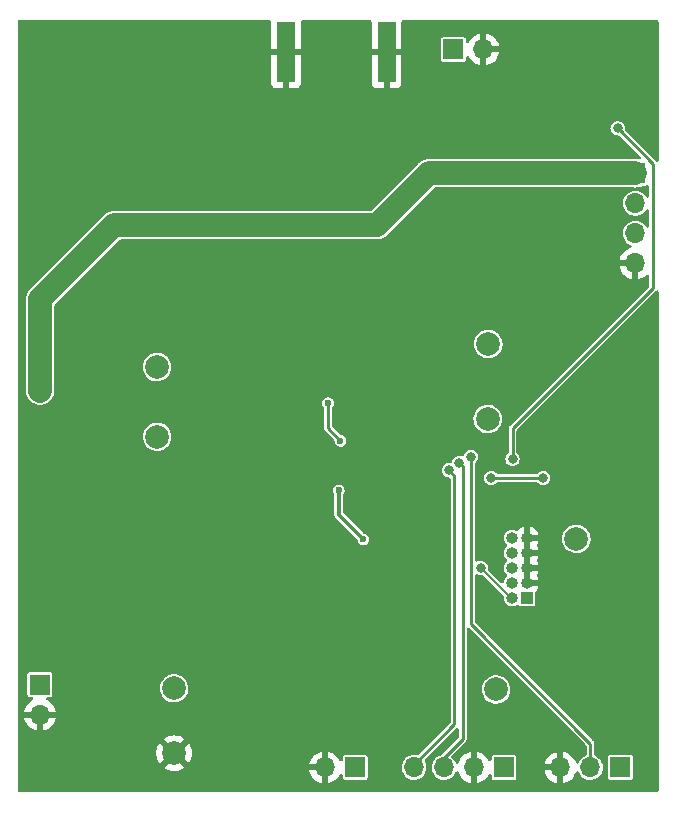
<source format=gbl>
%TF.GenerationSoftware,KiCad,Pcbnew,6.0.2-378541a8eb~116~ubuntu20.04.1*%
%TF.CreationDate,2022-03-08T20:01:38-08:00*%
%TF.ProjectId,RP2040_WEDS,52503230-3430-45f5-9745-44532e6b6963,rev?*%
%TF.SameCoordinates,Original*%
%TF.FileFunction,Copper,L2,Bot*%
%TF.FilePolarity,Positive*%
%FSLAX46Y46*%
G04 Gerber Fmt 4.6, Leading zero omitted, Abs format (unit mm)*
G04 Created by KiCad (PCBNEW 6.0.2-378541a8eb~116~ubuntu20.04.1) date 2022-03-08 20:01:38*
%MOMM*%
%LPD*%
G01*
G04 APERTURE LIST*
%TA.AperFunction,ComponentPad*%
%ADD10R,1.000000X1.000000*%
%TD*%
%TA.AperFunction,ComponentPad*%
%ADD11O,1.000000X1.000000*%
%TD*%
%TA.AperFunction,ComponentPad*%
%ADD12O,1.700000X1.700000*%
%TD*%
%TA.AperFunction,ComponentPad*%
%ADD13R,1.700000X1.700000*%
%TD*%
%TA.AperFunction,SMDPad,CuDef*%
%ADD14R,1.500000X5.080000*%
%TD*%
%TA.AperFunction,ComponentPad*%
%ADD15C,2.000000*%
%TD*%
%TA.AperFunction,ViaPad*%
%ADD16C,0.800000*%
%TD*%
%TA.AperFunction,ViaPad*%
%ADD17C,0.600000*%
%TD*%
%TA.AperFunction,Conductor*%
%ADD18C,2.000000*%
%TD*%
%TA.AperFunction,Conductor*%
%ADD19C,0.350000*%
%TD*%
%TA.AperFunction,Conductor*%
%ADD20C,0.200000*%
%TD*%
%TA.AperFunction,Conductor*%
%ADD21C,0.250000*%
%TD*%
G04 APERTURE END LIST*
D10*
%TO.P,J4,1,Pin_1*%
%TO.N,+3V3*%
X163470000Y-117250000D03*
D11*
%TO.P,J4,2,Pin_2*%
%TO.N,SWD_DIO*%
X162200000Y-117250000D03*
%TO.P,J4,3,Pin_3*%
%TO.N,GND*%
X163470000Y-115980000D03*
%TO.P,J4,4,Pin_4*%
%TO.N,SWD_CLK*%
X162200000Y-115980000D03*
%TO.P,J4,5,Pin_5*%
%TO.N,GND*%
X163470000Y-114710000D03*
%TO.P,J4,6,Pin_6*%
%TO.N,unconnected-(J4-Pad6)*%
X162200000Y-114710000D03*
%TO.P,J4,7,Pin_7*%
%TO.N,GND*%
X163470000Y-113440000D03*
%TO.P,J4,8,Pin_8*%
%TO.N,unconnected-(J4-Pad8)*%
X162200000Y-113440000D03*
%TO.P,J4,9,Pin_9*%
%TO.N,GND*%
X163470000Y-112170000D03*
%TO.P,J4,10,Pin_10*%
%TO.N,RESET*%
X162200000Y-112170000D03*
%TD*%
D12*
%TO.P,J5,3,Pin_3*%
%TO.N,GND*%
X166295000Y-131600000D03*
%TO.P,J5,2,Pin_2*%
%TO.N,SOIL_SIG*%
X168835000Y-131600000D03*
D13*
%TO.P,J5,1,Pin_1*%
%TO.N,Net-(J5-Pad1)*%
X171375000Y-131600000D03*
%TD*%
D12*
%TO.P,J3,4,Pin_4*%
%TO.N,SDA_SOIL*%
X153905000Y-131600000D03*
%TO.P,J3,3,Pin_3*%
%TO.N,SCL_SOIL*%
X156445000Y-131600000D03*
%TO.P,J3,2,Pin_2*%
%TO.N,GND*%
X158985000Y-131600000D03*
D13*
%TO.P,J3,1,Pin_1*%
%TO.N,Net-(J3-Pad1)*%
X161525000Y-131600000D03*
%TD*%
D14*
%TO.P,J8,4*%
%TO.N,GND*%
X143080000Y-71055000D03*
%TO.P,J8,5*%
X151580000Y-71055000D03*
%TD*%
D15*
%TO.P,TP5,1,1*%
%TO.N,VDC*%
X133595000Y-124900000D03*
%TD*%
%TO.P,TP1,1,1*%
%TO.N,+3V3*%
X167645000Y-112250000D03*
%TD*%
%TO.P,TP7,1,1*%
%TO.N,LORA_TX*%
X132145000Y-97700000D03*
%TD*%
%TO.P,TP8,1,1*%
%TO.N,LORA_RX*%
X132145000Y-103600000D03*
%TD*%
%TO.P,TP6,1,1*%
%TO.N,Net-(C18-Pad1)*%
X160845000Y-125000000D03*
%TD*%
%TO.P,TP2,1,1*%
%TO.N,VDD*%
X160145000Y-102100000D03*
%TD*%
D13*
%TO.P,J6,1,Pin_1*%
%TO.N,Net-(J6-Pad1)*%
X172645000Y-81300000D03*
D12*
%TO.P,J6,2,Pin_2*%
%TO.N,USB_DP*%
X172645000Y-83840000D03*
%TO.P,J6,3,Pin_3*%
%TO.N,USB_DN*%
X172645000Y-86380000D03*
%TO.P,J6,4,Pin_4*%
%TO.N,GND*%
X172645000Y-88920000D03*
%TD*%
D15*
%TO.P,TP3,1,1*%
%TO.N,GND*%
X133595000Y-130400000D03*
%TD*%
%TO.P,TP4,1,1*%
%TO.N,+1V1*%
X160195000Y-95750000D03*
%TD*%
D12*
%TO.P,J7,2,Pin_2*%
%TO.N,GND*%
X159785000Y-70800000D03*
D13*
%TO.P,J7,1,Pin_1*%
%TO.N,/~{USB_BOOT}*%
X157245000Y-70800000D03*
%TD*%
D12*
%TO.P,J2,2,Pin_2*%
%TO.N,GND*%
X146380000Y-131600000D03*
D13*
%TO.P,J2,1,Pin_1*%
%TO.N,+BATT*%
X148920000Y-131600000D03*
%TD*%
%TO.P,J1,1,Pin_1*%
%TO.N,Net-(D1-Pad2)*%
X122225000Y-124600000D03*
D12*
%TO.P,J1,2,Pin_2*%
%TO.N,GND*%
X122225000Y-127140000D03*
%TD*%
D16*
%TO.N,GND*%
X147245000Y-95150000D03*
X142295000Y-115450000D03*
X139345000Y-126625000D03*
X143080000Y-75305000D03*
D17*
X146852500Y-106055000D03*
X148030000Y-107255000D03*
D16*
X130570000Y-110550000D03*
X156045000Y-100500000D03*
D17*
X148030000Y-106005000D03*
D16*
X126270000Y-108300000D03*
X140245000Y-83300000D03*
X151195000Y-121650000D03*
X145645000Y-83300000D03*
D17*
X145630000Y-104855000D03*
X146830000Y-104855000D03*
D16*
X141795000Y-110900000D03*
X171845000Y-124150000D03*
X155995000Y-107050000D03*
X156045000Y-103900000D03*
X137645000Y-103345000D03*
D17*
X145630000Y-106055000D03*
D16*
X138745000Y-129100000D03*
X172930000Y-108455000D03*
X171805000Y-69400000D03*
X151580000Y-75305000D03*
X138745000Y-93899500D03*
X168230000Y-107855000D03*
X165445000Y-122200000D03*
X156045000Y-102200000D03*
X137645000Y-107050000D03*
X124245000Y-85700000D03*
X148345000Y-116000000D03*
X138445000Y-79200000D03*
X126270000Y-116450000D03*
X155830000Y-98055000D03*
X149845000Y-90500000D03*
X137645000Y-101345000D03*
X145545000Y-95155000D03*
X136045000Y-69700000D03*
D17*
X146830000Y-107255000D03*
D16*
X142645000Y-128700000D03*
X128545000Y-114550000D03*
D17*
X148030000Y-104855000D03*
X145630000Y-107255000D03*
D16*
X171770000Y-116900000D03*
X121645000Y-75800000D03*
X152545000Y-114000000D03*
%TO.N,SOIL_SIG*%
X158750000Y-105300000D03*
%TO.N,SCL_SOIL*%
X157737508Y-105812492D03*
%TO.N,SDA_SOIL*%
X156850000Y-106450000D03*
%TO.N,RESET*%
X162245000Y-105500000D03*
X171145000Y-77500000D03*
%TO.N,SWD_DIO*%
X159545000Y-114700000D03*
%TO.N,DONE*%
X160445000Y-107100000D03*
X164845000Y-107100000D03*
D17*
%TO.N,+1V1*%
X147530000Y-108155000D03*
X149620000Y-112300000D03*
X146630000Y-100755000D03*
X147680000Y-103955000D03*
D16*
%TO.N,Net-(J6-Pad1)*%
X122245000Y-99700000D03*
%TD*%
D18*
%TO.N,Net-(J6-Pad1)*%
X172645000Y-81300000D02*
X155145000Y-81300000D01*
X155145000Y-81300000D02*
X150745000Y-85700000D01*
X150745000Y-85700000D02*
X128495000Y-85700000D01*
X128495000Y-85700000D02*
X122245000Y-91950000D01*
X122245000Y-91950000D02*
X122245000Y-99700000D01*
D19*
%TO.N,+1V1*%
X147530000Y-110210000D02*
X149620000Y-112300000D01*
X147530000Y-108155000D02*
X147530000Y-110210000D01*
D20*
%TO.N,SWD_DIO*%
X162200000Y-117250000D02*
X162095000Y-117250000D01*
X162095000Y-117250000D02*
X159545000Y-114700000D01*
D21*
%TO.N,SOIL_SIG*%
X158750000Y-105300000D02*
X158745000Y-105305000D01*
X158745000Y-119495000D02*
X168835000Y-129585000D01*
X158745000Y-105305000D02*
X158745000Y-119495000D01*
X168835000Y-129585000D02*
X168835000Y-131600000D01*
%TO.N,SCL_SOIL*%
X158025000Y-106099984D02*
X158025000Y-129195000D01*
X157737508Y-105812492D02*
X158025000Y-106099984D01*
X156445000Y-130775000D02*
X156445000Y-131600000D01*
X158025000Y-129195000D02*
X156445000Y-130775000D01*
%TO.N,SDA_SOIL*%
X157325000Y-127965000D02*
X153905000Y-131385000D01*
X153905000Y-131385000D02*
X153905000Y-131600000D01*
X156850000Y-106450000D02*
X157325000Y-106925000D01*
X157325000Y-106925000D02*
X157325000Y-127965000D01*
%TO.N,RESET*%
X174145000Y-80500000D02*
X171145000Y-77500000D01*
X174145000Y-91000000D02*
X174145000Y-80500000D01*
X162245000Y-105500000D02*
X162245000Y-102900000D01*
X162245000Y-102900000D02*
X174145000Y-91000000D01*
%TO.N,DONE*%
X160445000Y-107100000D02*
X164845000Y-107100000D01*
%TO.N,+1V1*%
X146630000Y-102905000D02*
X146630000Y-100755000D01*
X147680000Y-103955000D02*
X146630000Y-102905000D01*
%TD*%
%TA.AperFunction,Conductor*%
%TO.N,GND*%
G36*
X141747500Y-68354962D02*
G01*
X141802038Y-68409500D01*
X141822000Y-68484000D01*
X141822000Y-70781384D01*
X141826145Y-70796855D01*
X141841616Y-70801000D01*
X144318383Y-70801000D01*
X144333854Y-70796855D01*
X144337999Y-70781384D01*
X144337999Y-68484000D01*
X144357961Y-68409500D01*
X144412499Y-68354962D01*
X144486999Y-68335000D01*
X150173000Y-68335000D01*
X150247500Y-68354962D01*
X150302038Y-68409500D01*
X150322000Y-68484000D01*
X150322000Y-70781384D01*
X150326145Y-70796855D01*
X150341616Y-70801000D01*
X152818383Y-70801000D01*
X152833854Y-70796855D01*
X152837999Y-70781384D01*
X152837999Y-68484000D01*
X152857961Y-68409500D01*
X152912499Y-68354962D01*
X152986999Y-68335000D01*
X174471000Y-68335000D01*
X174545500Y-68354962D01*
X174600038Y-68409500D01*
X174620000Y-68484000D01*
X174620000Y-80154131D01*
X174600038Y-80228631D01*
X174545500Y-80283169D01*
X174471000Y-80303131D01*
X174396500Y-80283169D01*
X174375227Y-80268273D01*
X174370085Y-80263958D01*
X174360512Y-80255186D01*
X171785729Y-77680403D01*
X171747165Y-77613608D01*
X171743363Y-77555597D01*
X171749407Y-77509686D01*
X171749407Y-77509685D01*
X171750682Y-77500000D01*
X171730044Y-77343238D01*
X171669536Y-77197159D01*
X171573282Y-77071718D01*
X171447841Y-76975464D01*
X171301762Y-76914956D01*
X171292081Y-76913681D01*
X171292079Y-76913681D01*
X171154685Y-76895593D01*
X171145000Y-76894318D01*
X171135315Y-76895593D01*
X170997921Y-76913681D01*
X170997919Y-76913681D01*
X170988238Y-76914956D01*
X170842159Y-76975464D01*
X170716718Y-77071718D01*
X170620464Y-77197159D01*
X170559956Y-77343238D01*
X170539318Y-77500000D01*
X170559956Y-77656762D01*
X170620464Y-77802841D01*
X170716718Y-77928282D01*
X170842159Y-78024536D01*
X170988238Y-78085044D01*
X170997919Y-78086319D01*
X170997921Y-78086319D01*
X171135315Y-78104407D01*
X171145000Y-78105682D01*
X171154685Y-78104407D01*
X171154686Y-78104407D01*
X171200597Y-78098363D01*
X171277065Y-78108430D01*
X171325403Y-78140729D01*
X173063353Y-79878679D01*
X173101917Y-79945474D01*
X173101917Y-80022602D01*
X173063353Y-80089397D01*
X172996558Y-80127961D01*
X172913811Y-80126337D01*
X172895667Y-80120703D01*
X172888890Y-80119901D01*
X172888886Y-80119900D01*
X172720877Y-80100015D01*
X172720873Y-80100015D01*
X172716524Y-80099500D01*
X155190496Y-80099500D01*
X155180752Y-80099181D01*
X155113440Y-80094769D01*
X155106656Y-80095572D01*
X155106655Y-80095572D01*
X155076165Y-80099181D01*
X155021395Y-80105664D01*
X155017531Y-80106070D01*
X154925289Y-80114546D01*
X154918721Y-80116398D01*
X154911994Y-80117645D01*
X154911971Y-80117522D01*
X154907772Y-80118358D01*
X154907798Y-80118480D01*
X154901116Y-80119900D01*
X154894333Y-80120703D01*
X154805814Y-80148188D01*
X154802135Y-80149278D01*
X154712936Y-80174435D01*
X154706811Y-80177455D01*
X154700430Y-80179905D01*
X154700386Y-80179789D01*
X154696412Y-80181374D01*
X154696460Y-80181489D01*
X154690142Y-80184106D01*
X154683621Y-80186131D01*
X154601605Y-80229281D01*
X154598210Y-80231011D01*
X154515053Y-80272020D01*
X154509579Y-80276108D01*
X154503753Y-80279678D01*
X154503688Y-80279572D01*
X154500071Y-80281854D01*
X154500139Y-80281959D01*
X154494405Y-80285683D01*
X154488360Y-80288863D01*
X154482993Y-80293094D01*
X154415631Y-80346198D01*
X154412536Y-80348573D01*
X154343746Y-80399941D01*
X154343742Y-80399945D01*
X154338267Y-80404033D01*
X154333629Y-80409050D01*
X154333626Y-80409053D01*
X154279900Y-80467174D01*
X154275845Y-80471392D01*
X150291378Y-84455859D01*
X150224583Y-84494423D01*
X150186019Y-84499500D01*
X128540486Y-84499500D01*
X128530741Y-84499181D01*
X128526863Y-84498927D01*
X128463440Y-84494770D01*
X128456656Y-84495573D01*
X128456653Y-84495573D01*
X128371428Y-84505660D01*
X128367550Y-84506068D01*
X128303171Y-84511984D01*
X128275289Y-84514546D01*
X128268711Y-84516401D01*
X128262000Y-84517645D01*
X128261977Y-84517522D01*
X128257772Y-84518359D01*
X128257798Y-84518480D01*
X128251116Y-84519900D01*
X128244333Y-84520703D01*
X128155814Y-84548188D01*
X128152135Y-84549278D01*
X128062936Y-84574435D01*
X128056811Y-84577455D01*
X128050430Y-84579905D01*
X128050386Y-84579789D01*
X128046412Y-84581374D01*
X128046460Y-84581489D01*
X128040142Y-84584106D01*
X128033621Y-84586131D01*
X127951605Y-84629281D01*
X127948210Y-84631011D01*
X127865053Y-84672020D01*
X127859579Y-84676108D01*
X127853753Y-84679678D01*
X127853688Y-84679572D01*
X127850071Y-84681854D01*
X127850139Y-84681959D01*
X127844405Y-84685683D01*
X127838360Y-84688863D01*
X127821610Y-84702068D01*
X127765631Y-84746198D01*
X127762536Y-84748573D01*
X127693746Y-84799941D01*
X127693742Y-84799945D01*
X127688267Y-84804033D01*
X127683629Y-84809050D01*
X127683626Y-84809053D01*
X127629900Y-84867174D01*
X127625845Y-84871392D01*
X121428279Y-91068958D01*
X121421162Y-91075623D01*
X121375598Y-91115581D01*
X121375595Y-91115584D01*
X121370457Y-91120090D01*
X121327128Y-91175053D01*
X121313093Y-91192856D01*
X121310639Y-91195885D01*
X121255766Y-91261864D01*
X121255762Y-91261870D01*
X121251398Y-91267117D01*
X121248063Y-91273072D01*
X121244192Y-91278704D01*
X121244090Y-91278634D01*
X121241708Y-91282199D01*
X121241812Y-91282267D01*
X121238094Y-91287992D01*
X121233863Y-91293360D01*
X121204985Y-91348247D01*
X121190728Y-91375345D01*
X121188867Y-91378772D01*
X121146929Y-91453658D01*
X121143590Y-91459621D01*
X121141395Y-91466088D01*
X121138615Y-91472332D01*
X121138501Y-91472281D01*
X121136811Y-91476216D01*
X121136926Y-91476264D01*
X121134311Y-91482575D01*
X121131131Y-91488620D01*
X121129107Y-91495139D01*
X121129106Y-91495141D01*
X121103657Y-91577101D01*
X121102458Y-91580792D01*
X121072669Y-91668548D01*
X121071689Y-91675307D01*
X121070095Y-91681945D01*
X121069974Y-91681916D01*
X121069028Y-91686099D01*
X121069148Y-91686125D01*
X121067726Y-91692818D01*
X121065703Y-91699333D01*
X121064901Y-91706111D01*
X121054814Y-91791334D01*
X121054305Y-91795202D01*
X121041009Y-91886902D01*
X121041277Y-91893728D01*
X121041277Y-91893731D01*
X121044385Y-91972828D01*
X121044500Y-91978678D01*
X121044500Y-99755970D01*
X121059546Y-99919711D01*
X121119435Y-100132064D01*
X121122457Y-100138193D01*
X121122459Y-100138197D01*
X121197573Y-100290512D01*
X121217020Y-100329947D01*
X121349033Y-100506733D01*
X121354050Y-100511371D01*
X121354053Y-100511374D01*
X121469023Y-100617651D01*
X121511051Y-100656501D01*
X121516829Y-100660146D01*
X121516832Y-100660149D01*
X121657373Y-100748823D01*
X121697650Y-100774236D01*
X121902579Y-100855994D01*
X121933779Y-100862200D01*
X122112273Y-100897705D01*
X122112276Y-100897705D01*
X122118976Y-100899038D01*
X122230736Y-100900501D01*
X122332760Y-100901837D01*
X122332765Y-100901837D01*
X122339594Y-100901926D01*
X122346327Y-100900769D01*
X122346328Y-100900769D01*
X122550315Y-100865718D01*
X122550314Y-100865718D01*
X122557043Y-100864562D01*
X122563442Y-100862201D01*
X122563447Y-100862200D01*
X122676513Y-100820487D01*
X122764043Y-100788196D01*
X122830223Y-100748823D01*
X146124391Y-100748823D01*
X146127556Y-100773027D01*
X146139526Y-100864562D01*
X146142980Y-100890979D01*
X146200720Y-101022203D01*
X146207551Y-101030330D01*
X146207552Y-101030331D01*
X146269557Y-101104095D01*
X146302214Y-101173969D01*
X146304500Y-101199970D01*
X146304500Y-102884280D01*
X146303933Y-102897266D01*
X146300736Y-102933807D01*
X146310229Y-102969232D01*
X146313042Y-102981923D01*
X146317148Y-103005207D01*
X146319412Y-103018045D01*
X146325723Y-103028975D01*
X146326297Y-103030797D01*
X146327179Y-103032491D01*
X146330446Y-103044684D01*
X146351491Y-103074739D01*
X146358461Y-103085680D01*
X146376806Y-103117455D01*
X146386789Y-103125832D01*
X146386790Y-103125833D01*
X146404904Y-103141032D01*
X146414488Y-103149814D01*
X147132693Y-103868020D01*
X147171257Y-103934815D01*
X147175075Y-103954057D01*
X147192980Y-104090979D01*
X147250720Y-104222203D01*
X147257551Y-104230330D01*
X147257552Y-104230331D01*
X147306143Y-104288137D01*
X147342970Y-104331948D01*
X147462313Y-104411390D01*
X147472442Y-104414554D01*
X147472443Y-104414555D01*
X147495804Y-104421853D01*
X147599157Y-104454142D01*
X147609764Y-104454336D01*
X147609767Y-104454337D01*
X147672020Y-104455478D01*
X147742499Y-104456770D01*
X147795543Y-104442308D01*
X147870574Y-104421853D01*
X147870577Y-104421852D01*
X147880817Y-104419060D01*
X147889862Y-104413506D01*
X147889865Y-104413505D01*
X147993942Y-104349601D01*
X148002991Y-104344045D01*
X148058351Y-104282884D01*
X148092077Y-104245624D01*
X148092078Y-104245622D01*
X148099200Y-104237754D01*
X148161710Y-104108733D01*
X148163471Y-104098267D01*
X148184542Y-103973027D01*
X148184543Y-103973021D01*
X148185496Y-103967354D01*
X148185647Y-103955000D01*
X148165323Y-103813082D01*
X148135654Y-103747827D01*
X148110378Y-103692235D01*
X148110376Y-103692232D01*
X148105984Y-103682572D01*
X148099058Y-103674534D01*
X148099056Y-103674531D01*
X148059192Y-103628268D01*
X148012400Y-103573963D01*
X148003496Y-103568192D01*
X148003493Y-103568189D01*
X147936723Y-103524911D01*
X147892095Y-103495985D01*
X147845284Y-103481986D01*
X147764912Y-103457949D01*
X147764910Y-103457949D01*
X147754739Y-103454907D01*
X147744121Y-103454842D01*
X147744120Y-103454842D01*
X147723324Y-103454715D01*
X147700715Y-103454577D01*
X147626338Y-103434160D01*
X147596266Y-103410939D01*
X146999141Y-102813815D01*
X146960577Y-102747020D01*
X146955500Y-102708456D01*
X146955500Y-102068440D01*
X158939770Y-102068440D01*
X158954200Y-102288604D01*
X159008511Y-102502452D01*
X159011369Y-102508652D01*
X159011371Y-102508657D01*
X159098022Y-102696616D01*
X159100883Y-102702821D01*
X159228222Y-102883002D01*
X159386264Y-103036961D01*
X159569717Y-103159540D01*
X159772436Y-103246635D01*
X159987632Y-103295329D01*
X160033767Y-103297142D01*
X160201269Y-103303723D01*
X160201272Y-103303723D01*
X160208098Y-103303991D01*
X160426452Y-103272331D01*
X160432908Y-103270139D01*
X160432914Y-103270138D01*
X160574833Y-103221962D01*
X160635379Y-103201410D01*
X160758293Y-103132575D01*
X160821924Y-103096940D01*
X160821926Y-103096939D01*
X160827884Y-103093602D01*
X160997518Y-102952518D01*
X161138602Y-102782884D01*
X161148291Y-102765584D01*
X161243076Y-102596332D01*
X161246410Y-102590379D01*
X161296097Y-102444006D01*
X161315138Y-102387914D01*
X161315139Y-102387908D01*
X161317331Y-102381452D01*
X161348991Y-102163098D01*
X161350643Y-102100000D01*
X161348370Y-102075258D01*
X161331079Y-101887091D01*
X161330454Y-101880289D01*
X161270565Y-101667936D01*
X161172980Y-101470053D01*
X161040967Y-101293267D01*
X161035950Y-101288629D01*
X161035947Y-101288626D01*
X160883970Y-101148140D01*
X160883968Y-101148138D01*
X160878949Y-101143499D01*
X160873171Y-101139854D01*
X160873168Y-101139851D01*
X160698127Y-101029409D01*
X160692350Y-101025764D01*
X160487421Y-100944006D01*
X160358108Y-100918284D01*
X160277727Y-100902295D01*
X160277724Y-100902295D01*
X160271024Y-100900962D01*
X160159264Y-100899499D01*
X160057240Y-100898163D01*
X160057235Y-100898163D01*
X160050406Y-100898074D01*
X160043673Y-100899231D01*
X160043672Y-100899231D01*
X159988373Y-100908733D01*
X159832957Y-100935438D01*
X159826558Y-100937799D01*
X159826553Y-100937800D01*
X159713487Y-100979513D01*
X159625957Y-101011804D01*
X159436341Y-101124614D01*
X159270457Y-101270090D01*
X159266230Y-101275452D01*
X159266229Y-101275453D01*
X159255845Y-101288626D01*
X159133863Y-101443360D01*
X159031131Y-101638620D01*
X159029106Y-101645143D01*
X158967727Y-101842813D01*
X158967726Y-101842818D01*
X158965703Y-101849333D01*
X158939770Y-102068440D01*
X146955500Y-102068440D01*
X146955500Y-101198693D01*
X146975462Y-101124193D01*
X146994033Y-101098703D01*
X147042077Y-101045624D01*
X147042079Y-101045622D01*
X147049200Y-101037754D01*
X147111710Y-100908733D01*
X147113503Y-100898074D01*
X147134542Y-100773027D01*
X147134543Y-100773021D01*
X147135496Y-100767354D01*
X147135647Y-100755000D01*
X147123600Y-100670878D01*
X147116828Y-100623590D01*
X147116828Y-100623589D01*
X147115323Y-100613082D01*
X147075069Y-100524547D01*
X147060378Y-100492235D01*
X147060376Y-100492232D01*
X147055984Y-100482572D01*
X147049058Y-100474534D01*
X147049056Y-100474531D01*
X147009192Y-100428267D01*
X146962400Y-100373963D01*
X146953496Y-100368192D01*
X146953493Y-100368189D01*
X146885037Y-100323819D01*
X146842095Y-100295985D01*
X146795284Y-100281986D01*
X146714912Y-100257949D01*
X146714910Y-100257949D01*
X146704739Y-100254907D01*
X146694121Y-100254842D01*
X146694120Y-100254842D01*
X146634650Y-100254479D01*
X146561376Y-100254031D01*
X146551171Y-100256948D01*
X146551168Y-100256948D01*
X146433731Y-100290512D01*
X146433729Y-100290513D01*
X146423529Y-100293428D01*
X146414556Y-100299090D01*
X146414555Y-100299090D01*
X146356977Y-100335419D01*
X146302280Y-100369930D01*
X146295256Y-100377884D01*
X146295254Y-100377885D01*
X146248525Y-100430796D01*
X146207377Y-100477388D01*
X146146447Y-100607163D01*
X146124391Y-100748823D01*
X122830223Y-100748823D01*
X122953659Y-100675386D01*
X123119543Y-100529910D01*
X123123771Y-100524547D01*
X123251908Y-100362005D01*
X123251910Y-100362002D01*
X123256137Y-100356640D01*
X123358869Y-100161380D01*
X123389375Y-100063136D01*
X123422273Y-99957187D01*
X123422274Y-99957182D01*
X123424297Y-99950667D01*
X123445500Y-99771524D01*
X123445500Y-97668440D01*
X130939770Y-97668440D01*
X130954200Y-97888604D01*
X131008511Y-98102452D01*
X131011369Y-98108652D01*
X131011371Y-98108657D01*
X131098022Y-98296616D01*
X131100883Y-98302821D01*
X131228222Y-98483002D01*
X131386264Y-98636961D01*
X131569717Y-98759540D01*
X131772436Y-98846635D01*
X131987632Y-98895329D01*
X132033767Y-98897142D01*
X132201269Y-98903723D01*
X132201272Y-98903723D01*
X132208098Y-98903991D01*
X132426452Y-98872331D01*
X132432908Y-98870139D01*
X132432914Y-98870138D01*
X132574833Y-98821962D01*
X132635379Y-98801410D01*
X132827884Y-98693602D01*
X132997518Y-98552518D01*
X133138602Y-98382884D01*
X133180315Y-98308401D01*
X133243076Y-98196332D01*
X133246410Y-98190379D01*
X133278506Y-98095828D01*
X133315138Y-97987914D01*
X133315139Y-97987908D01*
X133317331Y-97981452D01*
X133348991Y-97763098D01*
X133350643Y-97700000D01*
X133348370Y-97675258D01*
X133331079Y-97487091D01*
X133330454Y-97480289D01*
X133270565Y-97267936D01*
X133172980Y-97070053D01*
X133040967Y-96893267D01*
X133035950Y-96888629D01*
X133035947Y-96888626D01*
X132883970Y-96748140D01*
X132883968Y-96748138D01*
X132878949Y-96743499D01*
X132873171Y-96739854D01*
X132873168Y-96739851D01*
X132698127Y-96629409D01*
X132692350Y-96625764D01*
X132487421Y-96544006D01*
X132404058Y-96527424D01*
X132277727Y-96502295D01*
X132277724Y-96502295D01*
X132271024Y-96500962D01*
X132159264Y-96499499D01*
X132057240Y-96498163D01*
X132057235Y-96498163D01*
X132050406Y-96498074D01*
X132043673Y-96499231D01*
X132043672Y-96499231D01*
X131921843Y-96520165D01*
X131832957Y-96535438D01*
X131826558Y-96537799D01*
X131826553Y-96537800D01*
X131713487Y-96579513D01*
X131625957Y-96611804D01*
X131436341Y-96724614D01*
X131270457Y-96870090D01*
X131266230Y-96875452D01*
X131266229Y-96875453D01*
X131204527Y-96953723D01*
X131133863Y-97043360D01*
X131031131Y-97238620D01*
X131029106Y-97245143D01*
X130967727Y-97442813D01*
X130967726Y-97442818D01*
X130965703Y-97449333D01*
X130939770Y-97668440D01*
X123445500Y-97668440D01*
X123445500Y-95718440D01*
X158989770Y-95718440D01*
X159004200Y-95938604D01*
X159058511Y-96152452D01*
X159061369Y-96158652D01*
X159061371Y-96158657D01*
X159148022Y-96346616D01*
X159150883Y-96352821D01*
X159278222Y-96533002D01*
X159436264Y-96686961D01*
X159619717Y-96809540D01*
X159822436Y-96896635D01*
X160037632Y-96945329D01*
X160083767Y-96947142D01*
X160251269Y-96953723D01*
X160251272Y-96953723D01*
X160258098Y-96953991D01*
X160476452Y-96922331D01*
X160482908Y-96920139D01*
X160482914Y-96920138D01*
X160630349Y-96870090D01*
X160685379Y-96851410D01*
X160877884Y-96743602D01*
X161047518Y-96602518D01*
X161188602Y-96432884D01*
X161230315Y-96358401D01*
X161293076Y-96246332D01*
X161296410Y-96240379D01*
X161328506Y-96145828D01*
X161365138Y-96037914D01*
X161365139Y-96037908D01*
X161367331Y-96031452D01*
X161398991Y-95813098D01*
X161400643Y-95750000D01*
X161398370Y-95725258D01*
X161381079Y-95537091D01*
X161380454Y-95530289D01*
X161320565Y-95317936D01*
X161222980Y-95120053D01*
X161090967Y-94943267D01*
X161085950Y-94938629D01*
X161085947Y-94938626D01*
X160933970Y-94798140D01*
X160933968Y-94798138D01*
X160928949Y-94793499D01*
X160923171Y-94789854D01*
X160923168Y-94789851D01*
X160748127Y-94679409D01*
X160742350Y-94675764D01*
X160537421Y-94594006D01*
X160477541Y-94582095D01*
X160327727Y-94552295D01*
X160327724Y-94552295D01*
X160321024Y-94550962D01*
X160209264Y-94549499D01*
X160107240Y-94548163D01*
X160107235Y-94548163D01*
X160100406Y-94548074D01*
X160093673Y-94549231D01*
X160093672Y-94549231D01*
X159971843Y-94570165D01*
X159882957Y-94585438D01*
X159876558Y-94587799D01*
X159876553Y-94587800D01*
X159763487Y-94629513D01*
X159675957Y-94661804D01*
X159486341Y-94774614D01*
X159320457Y-94920090D01*
X159316230Y-94925452D01*
X159316229Y-94925453D01*
X159305845Y-94938626D01*
X159183863Y-95093360D01*
X159081131Y-95288620D01*
X159079106Y-95295143D01*
X159017727Y-95492813D01*
X159017726Y-95492818D01*
X159015703Y-95499333D01*
X158989770Y-95718440D01*
X123445500Y-95718440D01*
X123445500Y-92508982D01*
X123465462Y-92434482D01*
X123489141Y-92403623D01*
X126708109Y-89184655D01*
X171312511Y-89184655D01*
X171343355Y-89321518D01*
X171347003Y-89333157D01*
X171426414Y-89528725D01*
X171431910Y-89539606D01*
X171542190Y-89719566D01*
X171549403Y-89729422D01*
X171687591Y-89888950D01*
X171696311Y-89897489D01*
X171858716Y-90032320D01*
X171868686Y-90039302D01*
X172050945Y-90145805D01*
X172061920Y-90151064D01*
X172259127Y-90226370D01*
X172270817Y-90229766D01*
X172371778Y-90250306D01*
X172387765Y-90249328D01*
X172391000Y-90242840D01*
X172391000Y-89193616D01*
X172386855Y-89178145D01*
X172371384Y-89174000D01*
X171329726Y-89174000D01*
X171314255Y-89178145D01*
X171312511Y-89184655D01*
X126708109Y-89184655D01*
X128948623Y-86944141D01*
X129015418Y-86905577D01*
X129053982Y-86900500D01*
X150699515Y-86900500D01*
X150709260Y-86900819D01*
X150776560Y-86905230D01*
X150783344Y-86904427D01*
X150783347Y-86904427D01*
X150868553Y-86894342D01*
X150872431Y-86893934D01*
X150957915Y-86886079D01*
X150957920Y-86886078D01*
X150964711Y-86885454D01*
X150971278Y-86883602D01*
X150978003Y-86882355D01*
X150978026Y-86882477D01*
X150982223Y-86881643D01*
X150982197Y-86881520D01*
X150988883Y-86880099D01*
X150995667Y-86879296D01*
X151084169Y-86851816D01*
X151087842Y-86850728D01*
X151125068Y-86840229D01*
X151170488Y-86827420D01*
X151170492Y-86827418D01*
X151177064Y-86825565D01*
X151183189Y-86822544D01*
X151189572Y-86820094D01*
X151189617Y-86820210D01*
X151193590Y-86818625D01*
X151193542Y-86818510D01*
X151199859Y-86815893D01*
X151206379Y-86813869D01*
X151212422Y-86810690D01*
X151212426Y-86810688D01*
X151288363Y-86770736D01*
X151291838Y-86768965D01*
X151329170Y-86750554D01*
X151374947Y-86727980D01*
X151380418Y-86723894D01*
X151386245Y-86720324D01*
X151386309Y-86720429D01*
X151389936Y-86718140D01*
X151389869Y-86718036D01*
X151395592Y-86714319D01*
X151401641Y-86711137D01*
X151407006Y-86706907D01*
X151407013Y-86706903D01*
X151474436Y-86653751D01*
X151477498Y-86651401D01*
X151551733Y-86595967D01*
X151610087Y-86532840D01*
X151614142Y-86528622D01*
X155598623Y-82544141D01*
X155665418Y-82505577D01*
X155703982Y-82500500D01*
X172491136Y-82500500D01*
X172565636Y-82520462D01*
X172620174Y-82575000D01*
X172622802Y-82584807D01*
X172633208Y-82557698D01*
X172693148Y-82509160D01*
X172740118Y-82496903D01*
X172857909Y-82486079D01*
X172864711Y-82485454D01*
X173077064Y-82425565D01*
X173083193Y-82422543D01*
X173083197Y-82422541D01*
X173198122Y-82365866D01*
X173264023Y-82350500D01*
X173514748Y-82350500D01*
X173521921Y-82349073D01*
X173521923Y-82349073D01*
X173558834Y-82341731D01*
X173558835Y-82341731D01*
X173573231Y-82338867D01*
X173587718Y-82329187D01*
X173595472Y-82326555D01*
X173598991Y-82325097D01*
X173599087Y-82325328D01*
X173660752Y-82304393D01*
X173736398Y-82319439D01*
X173794387Y-82370292D01*
X173819181Y-82443326D01*
X173819500Y-82453074D01*
X173819500Y-83213588D01*
X173799538Y-83288088D01*
X173745000Y-83342626D01*
X173670500Y-83362588D01*
X173596000Y-83342626D01*
X173538941Y-83283539D01*
X173527642Y-83262288D01*
X173527640Y-83262285D01*
X173524218Y-83255849D01*
X173514253Y-83243630D01*
X173398612Y-83101841D01*
X173398610Y-83101839D01*
X173394011Y-83096200D01*
X173388401Y-83091559D01*
X173388398Y-83091556D01*
X173240890Y-82969527D01*
X173240889Y-82969526D01*
X173235275Y-82964882D01*
X173228871Y-82961420D01*
X173228869Y-82961418D01*
X173060468Y-82870364D01*
X173060464Y-82870362D01*
X173054055Y-82866897D01*
X172857254Y-82805977D01*
X172850006Y-82805215D01*
X172850005Y-82805215D01*
X172813807Y-82801411D01*
X172738177Y-82793462D01*
X172666172Y-82765822D01*
X172623190Y-82712743D01*
X172620174Y-82724000D01*
X172565636Y-82778538D01*
X172504640Y-82797887D01*
X172447203Y-82803114D01*
X172440214Y-82805171D01*
X172256560Y-82859223D01*
X172256557Y-82859224D01*
X172249572Y-82861280D01*
X172243117Y-82864655D01*
X172243116Y-82864655D01*
X172232196Y-82870364D01*
X172067002Y-82956726D01*
X171906447Y-83085815D01*
X171901763Y-83091397D01*
X171901760Y-83091400D01*
X171799232Y-83213588D01*
X171774024Y-83243630D01*
X171674776Y-83424162D01*
X171612484Y-83620532D01*
X171611671Y-83627776D01*
X171611671Y-83627778D01*
X171590332Y-83818021D01*
X171589520Y-83825262D01*
X171606759Y-84030553D01*
X171663544Y-84228586D01*
X171757712Y-84411818D01*
X171885677Y-84573270D01*
X171891223Y-84577990D01*
X172021499Y-84688863D01*
X172042564Y-84706791D01*
X172222398Y-84807297D01*
X172418329Y-84870959D01*
X172473907Y-84877586D01*
X172615662Y-84894489D01*
X172615665Y-84894489D01*
X172622894Y-84895351D01*
X172784918Y-84882884D01*
X172821036Y-84880105D01*
X172821037Y-84880105D01*
X172828300Y-84879546D01*
X172896016Y-84860639D01*
X173019707Y-84826105D01*
X173019712Y-84826103D01*
X173026725Y-84824145D01*
X173033226Y-84820861D01*
X173033229Y-84820860D01*
X173204105Y-84734544D01*
X173204106Y-84734544D01*
X173210610Y-84731258D01*
X173372951Y-84604424D01*
X173421505Y-84548173D01*
X173502803Y-84453988D01*
X173502804Y-84453986D01*
X173507564Y-84448472D01*
X173540946Y-84389709D01*
X173595101Y-84334793D01*
X173669460Y-84314312D01*
X173744098Y-84333753D01*
X173799015Y-84387909D01*
X173819500Y-84463308D01*
X173819500Y-85753588D01*
X173799538Y-85828088D01*
X173745000Y-85882626D01*
X173670500Y-85902588D01*
X173596000Y-85882626D01*
X173538941Y-85823539D01*
X173527642Y-85802288D01*
X173527640Y-85802285D01*
X173524218Y-85795849D01*
X173514253Y-85783630D01*
X173398612Y-85641841D01*
X173398610Y-85641839D01*
X173394011Y-85636200D01*
X173388401Y-85631559D01*
X173388398Y-85631556D01*
X173240890Y-85509527D01*
X173240889Y-85509526D01*
X173235275Y-85504882D01*
X173228871Y-85501420D01*
X173228869Y-85501418D01*
X173060468Y-85410364D01*
X173060464Y-85410362D01*
X173054055Y-85406897D01*
X172857254Y-85345977D01*
X172850008Y-85345215D01*
X172850006Y-85345215D01*
X172659610Y-85325204D01*
X172659609Y-85325204D01*
X172652369Y-85324443D01*
X172447203Y-85343114D01*
X172440214Y-85345171D01*
X172256560Y-85399223D01*
X172256557Y-85399224D01*
X172249572Y-85401280D01*
X172243117Y-85404655D01*
X172243116Y-85404655D01*
X172232196Y-85410364D01*
X172067002Y-85496726D01*
X171906447Y-85625815D01*
X171901763Y-85631397D01*
X171901760Y-85631400D01*
X171799232Y-85753588D01*
X171774024Y-85783630D01*
X171674776Y-85964162D01*
X171612484Y-86160532D01*
X171611671Y-86167776D01*
X171611671Y-86167778D01*
X171590332Y-86358021D01*
X171589520Y-86365262D01*
X171606759Y-86570553D01*
X171663544Y-86768586D01*
X171757712Y-86951818D01*
X171885677Y-87113270D01*
X172042564Y-87246791D01*
X172222398Y-87347297D01*
X172229333Y-87349550D01*
X172234228Y-87351689D01*
X172294505Y-87399808D01*
X172322647Y-87471618D01*
X172311114Y-87547879D01*
X172262995Y-87608156D01*
X172220867Y-87629854D01*
X172122756Y-87661922D01*
X172111532Y-87666639D01*
X171924300Y-87764107D01*
X171913981Y-87770605D01*
X171745185Y-87897341D01*
X171736073Y-87905431D01*
X171590248Y-88058029D01*
X171582573Y-88067505D01*
X171463621Y-88241883D01*
X171457607Y-88252470D01*
X171368734Y-88443931D01*
X171364524Y-88455372D01*
X171309542Y-88653629D01*
X171310902Y-88662319D01*
X171320435Y-88666000D01*
X172750000Y-88666000D01*
X172824500Y-88685962D01*
X172879038Y-88740500D01*
X172899000Y-88815000D01*
X172899000Y-90237016D01*
X172903145Y-90252487D01*
X172912271Y-90254932D01*
X172922244Y-90253654D01*
X172934167Y-90251120D01*
X173136348Y-90190463D01*
X173147691Y-90186017D01*
X173337245Y-90093156D01*
X173347715Y-90086915D01*
X173519552Y-89964345D01*
X173528875Y-89956467D01*
X173565325Y-89920143D01*
X173632187Y-89881695D01*
X173709315Y-89881830D01*
X173776042Y-89920510D01*
X173814490Y-89987372D01*
X173819500Y-90025685D01*
X173819500Y-90803455D01*
X173799538Y-90877955D01*
X173775859Y-90908814D01*
X162029488Y-102655186D01*
X162019904Y-102663968D01*
X162001790Y-102679167D01*
X162001789Y-102679169D01*
X161991806Y-102687545D01*
X161973461Y-102719320D01*
X161966491Y-102730261D01*
X161945446Y-102760316D01*
X161942179Y-102772509D01*
X161941297Y-102774203D01*
X161940723Y-102776025D01*
X161934412Y-102786955D01*
X161932149Y-102799791D01*
X161932148Y-102799793D01*
X161928042Y-102823077D01*
X161925230Y-102835761D01*
X161915736Y-102871193D01*
X161916872Y-102884179D01*
X161916872Y-102884180D01*
X161918933Y-102907733D01*
X161919500Y-102920720D01*
X161919500Y-104919372D01*
X161899538Y-104993872D01*
X161861205Y-105037582D01*
X161816718Y-105071718D01*
X161720464Y-105197159D01*
X161659956Y-105343238D01*
X161639318Y-105500000D01*
X161659956Y-105656762D01*
X161720464Y-105802841D01*
X161816718Y-105928282D01*
X161942159Y-106024536D01*
X162088238Y-106085044D01*
X162097919Y-106086319D01*
X162097921Y-106086319D01*
X162235315Y-106104407D01*
X162245000Y-106105682D01*
X162254685Y-106104407D01*
X162392079Y-106086319D01*
X162392081Y-106086319D01*
X162401762Y-106085044D01*
X162547841Y-106024536D01*
X162673282Y-105928282D01*
X162769536Y-105802841D01*
X162830044Y-105656762D01*
X162850682Y-105500000D01*
X162830044Y-105343238D01*
X162769536Y-105197159D01*
X162673282Y-105071718D01*
X162628795Y-105037582D01*
X162581842Y-104976392D01*
X162570500Y-104919372D01*
X162570500Y-103096544D01*
X162590462Y-103022044D01*
X162614141Y-102991185D01*
X174360519Y-91244808D01*
X174370101Y-91236028D01*
X174375223Y-91231730D01*
X174445124Y-91199133D01*
X174521959Y-91205854D01*
X174585139Y-91250092D01*
X174617736Y-91319993D01*
X174620000Y-91345869D01*
X174620000Y-133546000D01*
X174600038Y-133620500D01*
X174545500Y-133675038D01*
X174471000Y-133695000D01*
X120489000Y-133695000D01*
X120414500Y-133675038D01*
X120359962Y-133620500D01*
X120340000Y-133546000D01*
X120340000Y-131633102D01*
X132726971Y-131633102D01*
X132730180Y-131638662D01*
X132903271Y-131744733D01*
X132913676Y-131750034D01*
X133122156Y-131836389D01*
X133133250Y-131839994D01*
X133352680Y-131892675D01*
X133364196Y-131894499D01*
X133589168Y-131912204D01*
X133600832Y-131912204D01*
X133825804Y-131894499D01*
X133837320Y-131892675D01*
X133954031Y-131864655D01*
X145047511Y-131864655D01*
X145078355Y-132001518D01*
X145082003Y-132013157D01*
X145161414Y-132208725D01*
X145166910Y-132219606D01*
X145277190Y-132399566D01*
X145284403Y-132409422D01*
X145422591Y-132568950D01*
X145431311Y-132577489D01*
X145593716Y-132712320D01*
X145603686Y-132719302D01*
X145785945Y-132825805D01*
X145796920Y-132831064D01*
X145994127Y-132906370D01*
X146005817Y-132909766D01*
X146106778Y-132930306D01*
X146122765Y-132929328D01*
X146126000Y-132922840D01*
X146126000Y-132917016D01*
X146634000Y-132917016D01*
X146638145Y-132932487D01*
X146647271Y-132934932D01*
X146657244Y-132933654D01*
X146669167Y-132931120D01*
X146871348Y-132870463D01*
X146882691Y-132866017D01*
X147072245Y-132773156D01*
X147082715Y-132766915D01*
X147254552Y-132644345D01*
X147263874Y-132636467D01*
X147413381Y-132487480D01*
X147421281Y-132478198D01*
X147544451Y-132306789D01*
X147550734Y-132296332D01*
X147586924Y-132223107D01*
X147637828Y-132165164D01*
X147710885Y-132140436D01*
X147786518Y-132155549D01*
X147844461Y-132206453D01*
X147869189Y-132279510D01*
X147869500Y-132289125D01*
X147869500Y-132469748D01*
X147870927Y-132476921D01*
X147870927Y-132476923D01*
X147873779Y-132491258D01*
X147881133Y-132528231D01*
X147889288Y-132540435D01*
X147889288Y-132540436D01*
X147914047Y-132577489D01*
X147925448Y-132594552D01*
X147937651Y-132602706D01*
X147976561Y-132628705D01*
X147991769Y-132638867D01*
X148006165Y-132641731D01*
X148006166Y-132641731D01*
X148043077Y-132649073D01*
X148043079Y-132649073D01*
X148050252Y-132650500D01*
X149789748Y-132650500D01*
X149796921Y-132649073D01*
X149796923Y-132649073D01*
X149833834Y-132641731D01*
X149833835Y-132641731D01*
X149848231Y-132638867D01*
X149863440Y-132628705D01*
X149902349Y-132602706D01*
X149914552Y-132594552D01*
X149925953Y-132577489D01*
X149950712Y-132540436D01*
X149950712Y-132540435D01*
X149958867Y-132528231D01*
X149966222Y-132491258D01*
X149969073Y-132476923D01*
X149969073Y-132476921D01*
X149970500Y-132469748D01*
X149970500Y-131585262D01*
X152849520Y-131585262D01*
X152866759Y-131790553D01*
X152923544Y-131988586D01*
X152926874Y-131995066D01*
X152926875Y-131995068D01*
X152938078Y-132016866D01*
X153017712Y-132171818D01*
X153145677Y-132333270D01*
X153151223Y-132337990D01*
X153235156Y-132409422D01*
X153302564Y-132466791D01*
X153482398Y-132567297D01*
X153678329Y-132630959D01*
X153733907Y-132637586D01*
X153875662Y-132654489D01*
X153875665Y-132654489D01*
X153882894Y-132655351D01*
X154044918Y-132642884D01*
X154081036Y-132640105D01*
X154081037Y-132640105D01*
X154088300Y-132639546D01*
X154156016Y-132620639D01*
X154279707Y-132586105D01*
X154279712Y-132586103D01*
X154286725Y-132584145D01*
X154293226Y-132580861D01*
X154293229Y-132580860D01*
X154464105Y-132494544D01*
X154464106Y-132494544D01*
X154470610Y-132491258D01*
X154632951Y-132364424D01*
X154754932Y-132223107D01*
X154762803Y-132213988D01*
X154762804Y-132213986D01*
X154767564Y-132208472D01*
X154785140Y-132177533D01*
X154865724Y-132035680D01*
X154865725Y-132035677D01*
X154869323Y-132029344D01*
X154934351Y-131833863D01*
X154960171Y-131629474D01*
X154960583Y-131600000D01*
X154940480Y-131394970D01*
X154891163Y-131231624D01*
X154883041Y-131204724D01*
X154883041Y-131204723D01*
X154880935Y-131197749D01*
X154877405Y-131191109D01*
X154847769Y-131135372D01*
X154818712Y-131080723D01*
X154801362Y-131005573D01*
X154823912Y-130931815D01*
X154844912Y-130905414D01*
X157445141Y-128305186D01*
X157511936Y-128266622D01*
X157589064Y-128266622D01*
X157655859Y-128305186D01*
X157694423Y-128371981D01*
X157699500Y-128410545D01*
X157699500Y-128998455D01*
X157679538Y-129072955D01*
X157655859Y-129103814D01*
X156229488Y-130530186D01*
X156219904Y-130538968D01*
X156191806Y-130562545D01*
X156190019Y-130560416D01*
X156142672Y-130593572D01*
X156133780Y-130596496D01*
X156103364Y-130605448D01*
X156056560Y-130619223D01*
X156056557Y-130619224D01*
X156049572Y-130621280D01*
X156043117Y-130624655D01*
X156043116Y-130624655D01*
X156031354Y-130630804D01*
X155867002Y-130716726D01*
X155706447Y-130845815D01*
X155701763Y-130851397D01*
X155701760Y-130851400D01*
X155609222Y-130961683D01*
X155574024Y-131003630D01*
X155474776Y-131184162D01*
X155472573Y-131191106D01*
X155472572Y-131191109D01*
X155470659Y-131197140D01*
X155412484Y-131380532D01*
X155411671Y-131387776D01*
X155411671Y-131387778D01*
X155410051Y-131402223D01*
X155389520Y-131585262D01*
X155406759Y-131790553D01*
X155463544Y-131988586D01*
X155466874Y-131995066D01*
X155466875Y-131995068D01*
X155478078Y-132016866D01*
X155557712Y-132171818D01*
X155685677Y-132333270D01*
X155691223Y-132337990D01*
X155775156Y-132409422D01*
X155842564Y-132466791D01*
X156022398Y-132567297D01*
X156218329Y-132630959D01*
X156273907Y-132637586D01*
X156415662Y-132654489D01*
X156415665Y-132654489D01*
X156422894Y-132655351D01*
X156584918Y-132642884D01*
X156621036Y-132640105D01*
X156621037Y-132640105D01*
X156628300Y-132639546D01*
X156696016Y-132620639D01*
X156819707Y-132586105D01*
X156819712Y-132586103D01*
X156826725Y-132584145D01*
X156833226Y-132580861D01*
X156833229Y-132580860D01*
X157004105Y-132494544D01*
X157004106Y-132494544D01*
X157010610Y-132491258D01*
X157172951Y-132364424D01*
X157294932Y-132223107D01*
X157302803Y-132213988D01*
X157302804Y-132213986D01*
X157307564Y-132208472D01*
X157325140Y-132177533D01*
X157405724Y-132035680D01*
X157405725Y-132035677D01*
X157409323Y-132029344D01*
X157411624Y-132022427D01*
X157414586Y-132015774D01*
X157417040Y-132016866D01*
X157452303Y-131963391D01*
X157521268Y-131928858D01*
X157598260Y-131933435D01*
X157662649Y-131975895D01*
X157689277Y-132018759D01*
X157766414Y-132208725D01*
X157771910Y-132219606D01*
X157882190Y-132399566D01*
X157889403Y-132409422D01*
X158027591Y-132568950D01*
X158036311Y-132577489D01*
X158198716Y-132712320D01*
X158208686Y-132719302D01*
X158390945Y-132825805D01*
X158401920Y-132831064D01*
X158599127Y-132906370D01*
X158610817Y-132909766D01*
X158711778Y-132930306D01*
X158727765Y-132929328D01*
X158731000Y-132922840D01*
X158731000Y-132917016D01*
X159239000Y-132917016D01*
X159243145Y-132932487D01*
X159252271Y-132934932D01*
X159262244Y-132933654D01*
X159274167Y-132931120D01*
X159476348Y-132870463D01*
X159487691Y-132866017D01*
X159677245Y-132773156D01*
X159687715Y-132766915D01*
X159859552Y-132644345D01*
X159868874Y-132636467D01*
X160018381Y-132487480D01*
X160026281Y-132478198D01*
X160149451Y-132306789D01*
X160155734Y-132296332D01*
X160191924Y-132223107D01*
X160242828Y-132165164D01*
X160315885Y-132140436D01*
X160391518Y-132155549D01*
X160449461Y-132206453D01*
X160474189Y-132279510D01*
X160474500Y-132289125D01*
X160474500Y-132469748D01*
X160475927Y-132476921D01*
X160475927Y-132476923D01*
X160478779Y-132491258D01*
X160486133Y-132528231D01*
X160494288Y-132540435D01*
X160494288Y-132540436D01*
X160519047Y-132577489D01*
X160530448Y-132594552D01*
X160542651Y-132602706D01*
X160581561Y-132628705D01*
X160596769Y-132638867D01*
X160611165Y-132641731D01*
X160611166Y-132641731D01*
X160648077Y-132649073D01*
X160648079Y-132649073D01*
X160655252Y-132650500D01*
X162394748Y-132650500D01*
X162401921Y-132649073D01*
X162401923Y-132649073D01*
X162438834Y-132641731D01*
X162438835Y-132641731D01*
X162453231Y-132638867D01*
X162468440Y-132628705D01*
X162507349Y-132602706D01*
X162519552Y-132594552D01*
X162530953Y-132577489D01*
X162555712Y-132540436D01*
X162555712Y-132540435D01*
X162563867Y-132528231D01*
X162571222Y-132491258D01*
X162574073Y-132476923D01*
X162574073Y-132476921D01*
X162575500Y-132469748D01*
X162575500Y-131864655D01*
X164962511Y-131864655D01*
X164993355Y-132001518D01*
X164997003Y-132013157D01*
X165076414Y-132208725D01*
X165081910Y-132219606D01*
X165192190Y-132399566D01*
X165199403Y-132409422D01*
X165337591Y-132568950D01*
X165346311Y-132577489D01*
X165508716Y-132712320D01*
X165518686Y-132719302D01*
X165700945Y-132825805D01*
X165711920Y-132831064D01*
X165909127Y-132906370D01*
X165920817Y-132909766D01*
X166021778Y-132930306D01*
X166037765Y-132929328D01*
X166041000Y-132922840D01*
X166041000Y-131873616D01*
X166036855Y-131858145D01*
X166021384Y-131854000D01*
X164979726Y-131854000D01*
X164964255Y-131858145D01*
X164962511Y-131864655D01*
X162575500Y-131864655D01*
X162575500Y-131333629D01*
X164959542Y-131333629D01*
X164960902Y-131342319D01*
X164970435Y-131346000D01*
X166021384Y-131346000D01*
X166036855Y-131341855D01*
X166041000Y-131326384D01*
X166041000Y-130284603D01*
X166036855Y-130269132D01*
X166028515Y-130266898D01*
X165985256Y-130273517D01*
X165973394Y-130276343D01*
X165772759Y-130341920D01*
X165761532Y-130346639D01*
X165574300Y-130444107D01*
X165563981Y-130450605D01*
X165395185Y-130577341D01*
X165386073Y-130585431D01*
X165240248Y-130738029D01*
X165232573Y-130747505D01*
X165113621Y-130921883D01*
X165107607Y-130932470D01*
X165018734Y-131123931D01*
X165014524Y-131135372D01*
X164959542Y-131333629D01*
X162575500Y-131333629D01*
X162575500Y-130730252D01*
X162572810Y-130716726D01*
X162566731Y-130686166D01*
X162566731Y-130686165D01*
X162563867Y-130671769D01*
X162551635Y-130653462D01*
X162527706Y-130617651D01*
X162519552Y-130605448D01*
X162474882Y-130575600D01*
X162465436Y-130569288D01*
X162465435Y-130569288D01*
X162453231Y-130561133D01*
X162438835Y-130558269D01*
X162438834Y-130558269D01*
X162401923Y-130550927D01*
X162401921Y-130550927D01*
X162394748Y-130549500D01*
X160655252Y-130549500D01*
X160648079Y-130550927D01*
X160648077Y-130550927D01*
X160611166Y-130558269D01*
X160611165Y-130558269D01*
X160596769Y-130561133D01*
X160584565Y-130569288D01*
X160584564Y-130569288D01*
X160575118Y-130575600D01*
X160530448Y-130605448D01*
X160522294Y-130617651D01*
X160498366Y-130653462D01*
X160486133Y-130671769D01*
X160483269Y-130686165D01*
X160483269Y-130686166D01*
X160477190Y-130716726D01*
X160474500Y-130730252D01*
X160474500Y-130903439D01*
X160454538Y-130977939D01*
X160400000Y-131032477D01*
X160325500Y-131052439D01*
X160251000Y-131032477D01*
X160196462Y-130977939D01*
X160188859Y-130962855D01*
X160188349Y-130961683D01*
X160182590Y-130950942D01*
X160067937Y-130773716D01*
X160060504Y-130764063D01*
X159918440Y-130607937D01*
X159909534Y-130599632D01*
X159743880Y-130468807D01*
X159733725Y-130462060D01*
X159548939Y-130360053D01*
X159537813Y-130355053D01*
X159338859Y-130284599D01*
X159327057Y-130281480D01*
X159258310Y-130269235D01*
X159242355Y-130270603D01*
X159239000Y-130277764D01*
X159239000Y-132917016D01*
X158731000Y-132917016D01*
X158731000Y-130284603D01*
X158726855Y-130269132D01*
X158718515Y-130266898D01*
X158675256Y-130273517D01*
X158663394Y-130276343D01*
X158462759Y-130341920D01*
X158451532Y-130346639D01*
X158264300Y-130444107D01*
X158253981Y-130450605D01*
X158085185Y-130577341D01*
X158076073Y-130585431D01*
X157930248Y-130738029D01*
X157922573Y-130747505D01*
X157803621Y-130921883D01*
X157797607Y-130932470D01*
X157708734Y-131123931D01*
X157704525Y-131135372D01*
X157695751Y-131167008D01*
X157656605Y-131233463D01*
X157589477Y-131271443D01*
X157512351Y-131270770D01*
X157445896Y-131231624D01*
X157420614Y-131197146D01*
X157324218Y-131015849D01*
X157314253Y-131003630D01*
X157198612Y-130861841D01*
X157198610Y-130861839D01*
X157194011Y-130856200D01*
X157188401Y-130851559D01*
X157188398Y-130851556D01*
X157117757Y-130793117D01*
X157073078Y-130730248D01*
X157065820Y-130653462D01*
X157097927Y-130583335D01*
X157107374Y-130572952D01*
X157645400Y-130034927D01*
X158240518Y-129439809D01*
X158250102Y-129431027D01*
X158268208Y-129415834D01*
X158278194Y-129407455D01*
X158296537Y-129375684D01*
X158303520Y-129364723D01*
X158314552Y-129348967D01*
X158324553Y-129334684D01*
X158327821Y-129322490D01*
X158328701Y-129320799D01*
X158329274Y-129318982D01*
X158335588Y-129308045D01*
X158337851Y-129295209D01*
X158337853Y-129295204D01*
X158341960Y-129271912D01*
X158344773Y-129259222D01*
X158354263Y-129223807D01*
X158351067Y-129187275D01*
X158350500Y-129174289D01*
X158350500Y-124968440D01*
X159639770Y-124968440D01*
X159640217Y-124975258D01*
X159653289Y-125174698D01*
X159654200Y-125188604D01*
X159708511Y-125402452D01*
X159711369Y-125408652D01*
X159711371Y-125408657D01*
X159798022Y-125596616D01*
X159800883Y-125602821D01*
X159928222Y-125783002D01*
X160086264Y-125936961D01*
X160269717Y-126059540D01*
X160275985Y-126062233D01*
X160275987Y-126062234D01*
X160346763Y-126092642D01*
X160472436Y-126146635D01*
X160687632Y-126195329D01*
X160733767Y-126197142D01*
X160901269Y-126203723D01*
X160901272Y-126203723D01*
X160908098Y-126203991D01*
X161126452Y-126172331D01*
X161132908Y-126170139D01*
X161132914Y-126170138D01*
X161288448Y-126117341D01*
X161335379Y-126101410D01*
X161433187Y-126046635D01*
X161521924Y-125996940D01*
X161521926Y-125996939D01*
X161527884Y-125993602D01*
X161697518Y-125852518D01*
X161838602Y-125682884D01*
X161844745Y-125671916D01*
X161925212Y-125528231D01*
X161946410Y-125490379D01*
X161978506Y-125395828D01*
X162015138Y-125287914D01*
X162015139Y-125287908D01*
X162017331Y-125281452D01*
X162048991Y-125063098D01*
X162050643Y-125000000D01*
X162048370Y-124975258D01*
X162031079Y-124787091D01*
X162030454Y-124780289D01*
X161970565Y-124567936D01*
X161906794Y-124438620D01*
X161876002Y-124376181D01*
X161872980Y-124370053D01*
X161740967Y-124193267D01*
X161735950Y-124188629D01*
X161735947Y-124188626D01*
X161583970Y-124048140D01*
X161583968Y-124048138D01*
X161578949Y-124043499D01*
X161573171Y-124039854D01*
X161573168Y-124039851D01*
X161398127Y-123929409D01*
X161392350Y-123925764D01*
X161187421Y-123844006D01*
X161114037Y-123829409D01*
X160977727Y-123802295D01*
X160977724Y-123802295D01*
X160971024Y-123800962D01*
X160859264Y-123799499D01*
X160757240Y-123798163D01*
X160757235Y-123798163D01*
X160750406Y-123798074D01*
X160743673Y-123799231D01*
X160743672Y-123799231D01*
X160670501Y-123811804D01*
X160532957Y-123835438D01*
X160526558Y-123837799D01*
X160526553Y-123837800D01*
X160413487Y-123879513D01*
X160325957Y-123911804D01*
X160136341Y-124024614D01*
X159970457Y-124170090D01*
X159966230Y-124175452D01*
X159966229Y-124175453D01*
X159955845Y-124188626D01*
X159833863Y-124343360D01*
X159731131Y-124538620D01*
X159729106Y-124545143D01*
X159667727Y-124742813D01*
X159667726Y-124742818D01*
X159665703Y-124749333D01*
X159664901Y-124756110D01*
X159664900Y-124756114D01*
X159640573Y-124961653D01*
X159639770Y-124968440D01*
X158350500Y-124968440D01*
X158350500Y-119920544D01*
X158370462Y-119846044D01*
X158425000Y-119791506D01*
X158499500Y-119771544D01*
X158574000Y-119791506D01*
X158604859Y-119815185D01*
X168465859Y-129676185D01*
X168504423Y-129742980D01*
X168509500Y-129781544D01*
X168509500Y-130494485D01*
X168489538Y-130568985D01*
X168429531Y-130626529D01*
X168263460Y-130713349D01*
X168263454Y-130713353D01*
X168257002Y-130716726D01*
X168096447Y-130845815D01*
X168091763Y-130851397D01*
X168091760Y-130851400D01*
X167999222Y-130961683D01*
X167964024Y-131003630D01*
X167864776Y-131184162D01*
X167864623Y-131184643D01*
X167818510Y-131243245D01*
X167746899Y-131271889D01*
X167670559Y-131260891D01*
X167609946Y-131213195D01*
X167588203Y-131171958D01*
X167582516Y-131155254D01*
X167498350Y-130961685D01*
X167492590Y-130950942D01*
X167377937Y-130773716D01*
X167370504Y-130764063D01*
X167228440Y-130607937D01*
X167219534Y-130599632D01*
X167053880Y-130468807D01*
X167043725Y-130462060D01*
X166858939Y-130360053D01*
X166847813Y-130355053D01*
X166648859Y-130284599D01*
X166637057Y-130281480D01*
X166568310Y-130269235D01*
X166552355Y-130270603D01*
X166549000Y-130277764D01*
X166549000Y-132917016D01*
X166553145Y-132932487D01*
X166562271Y-132934932D01*
X166572244Y-132933654D01*
X166584167Y-132931120D01*
X166786348Y-132870463D01*
X166797691Y-132866017D01*
X166987245Y-132773156D01*
X166997715Y-132766915D01*
X167169552Y-132644345D01*
X167178874Y-132636467D01*
X167328381Y-132487480D01*
X167336281Y-132478198D01*
X167459451Y-132306789D01*
X167465734Y-132296332D01*
X167559254Y-132107109D01*
X167563742Y-132095775D01*
X167584942Y-132025998D01*
X167625700Y-131960518D01*
X167693737Y-131924190D01*
X167770822Y-131926748D01*
X167836302Y-131967506D01*
X167860029Y-132001205D01*
X167947712Y-132171818D01*
X168075677Y-132333270D01*
X168081223Y-132337990D01*
X168165156Y-132409422D01*
X168232564Y-132466791D01*
X168412398Y-132567297D01*
X168608329Y-132630959D01*
X168663907Y-132637586D01*
X168805662Y-132654489D01*
X168805665Y-132654489D01*
X168812894Y-132655351D01*
X168974918Y-132642884D01*
X169011036Y-132640105D01*
X169011037Y-132640105D01*
X169018300Y-132639546D01*
X169086016Y-132620639D01*
X169209707Y-132586105D01*
X169209712Y-132586103D01*
X169216725Y-132584145D01*
X169223226Y-132580861D01*
X169223229Y-132580860D01*
X169394105Y-132494544D01*
X169394106Y-132494544D01*
X169400610Y-132491258D01*
X169428142Y-132469748D01*
X170324500Y-132469748D01*
X170325927Y-132476921D01*
X170325927Y-132476923D01*
X170328779Y-132491258D01*
X170336133Y-132528231D01*
X170344288Y-132540435D01*
X170344288Y-132540436D01*
X170369047Y-132577489D01*
X170380448Y-132594552D01*
X170392651Y-132602706D01*
X170431561Y-132628705D01*
X170446769Y-132638867D01*
X170461165Y-132641731D01*
X170461166Y-132641731D01*
X170498077Y-132649073D01*
X170498079Y-132649073D01*
X170505252Y-132650500D01*
X172244748Y-132650500D01*
X172251921Y-132649073D01*
X172251923Y-132649073D01*
X172288834Y-132641731D01*
X172288835Y-132641731D01*
X172303231Y-132638867D01*
X172318440Y-132628705D01*
X172357349Y-132602706D01*
X172369552Y-132594552D01*
X172380953Y-132577489D01*
X172405712Y-132540436D01*
X172405712Y-132540435D01*
X172413867Y-132528231D01*
X172421222Y-132491258D01*
X172424073Y-132476923D01*
X172424073Y-132476921D01*
X172425500Y-132469748D01*
X172425500Y-130730252D01*
X172422810Y-130716726D01*
X172416731Y-130686166D01*
X172416731Y-130686165D01*
X172413867Y-130671769D01*
X172401635Y-130653462D01*
X172377706Y-130617651D01*
X172369552Y-130605448D01*
X172324882Y-130575600D01*
X172315436Y-130569288D01*
X172315435Y-130569288D01*
X172303231Y-130561133D01*
X172288835Y-130558269D01*
X172288834Y-130558269D01*
X172251923Y-130550927D01*
X172251921Y-130550927D01*
X172244748Y-130549500D01*
X170505252Y-130549500D01*
X170498079Y-130550927D01*
X170498077Y-130550927D01*
X170461166Y-130558269D01*
X170461165Y-130558269D01*
X170446769Y-130561133D01*
X170434565Y-130569288D01*
X170434564Y-130569288D01*
X170425118Y-130575600D01*
X170380448Y-130605448D01*
X170372294Y-130617651D01*
X170348366Y-130653462D01*
X170336133Y-130671769D01*
X170333269Y-130686165D01*
X170333269Y-130686166D01*
X170327190Y-130716726D01*
X170324500Y-130730252D01*
X170324500Y-132469748D01*
X169428142Y-132469748D01*
X169562951Y-132364424D01*
X169684932Y-132223107D01*
X169692803Y-132213988D01*
X169692804Y-132213986D01*
X169697564Y-132208472D01*
X169715140Y-132177533D01*
X169795724Y-132035680D01*
X169795725Y-132035677D01*
X169799323Y-132029344D01*
X169864351Y-131833863D01*
X169890171Y-131629474D01*
X169890583Y-131600000D01*
X169870480Y-131394970D01*
X169821163Y-131231624D01*
X169813041Y-131204724D01*
X169813041Y-131204723D01*
X169810935Y-131197749D01*
X169807405Y-131191109D01*
X169777769Y-131135372D01*
X169714218Y-131015849D01*
X169704253Y-131003630D01*
X169588612Y-130861841D01*
X169588610Y-130861839D01*
X169584011Y-130856200D01*
X169578401Y-130851559D01*
X169578398Y-130851556D01*
X169430890Y-130729527D01*
X169430889Y-130729526D01*
X169425275Y-130724882D01*
X169418871Y-130721420D01*
X169418869Y-130721418D01*
X169244055Y-130626897D01*
X169244806Y-130625509D01*
X169190826Y-130583647D01*
X169161677Y-130512239D01*
X169160500Y-130493550D01*
X169160500Y-129605720D01*
X169161067Y-129592733D01*
X169163128Y-129569180D01*
X169163128Y-129569179D01*
X169164264Y-129556193D01*
X169154770Y-129520761D01*
X169151958Y-129508077D01*
X169147852Y-129484793D01*
X169147851Y-129484791D01*
X169145588Y-129471955D01*
X169139277Y-129461025D01*
X169138703Y-129459203D01*
X169137821Y-129457509D01*
X169134554Y-129445316D01*
X169113509Y-129415261D01*
X169106539Y-129404320D01*
X169088194Y-129372545D01*
X169060094Y-129348966D01*
X169050512Y-129340186D01*
X159114141Y-119403815D01*
X159075577Y-119337020D01*
X159070500Y-119298456D01*
X159070500Y-115376427D01*
X159090462Y-115301927D01*
X159145000Y-115247389D01*
X159219500Y-115227427D01*
X159276521Y-115238769D01*
X159388238Y-115285044D01*
X159397919Y-115286319D01*
X159397921Y-115286319D01*
X159535315Y-115304407D01*
X159545000Y-115305682D01*
X159554685Y-115304407D01*
X159631838Y-115294250D01*
X159708307Y-115304317D01*
X159756645Y-115336616D01*
X161462010Y-117041981D01*
X161500574Y-117108776D01*
X161504376Y-117166788D01*
X161494394Y-117242611D01*
X161512999Y-117411135D01*
X161571266Y-117570356D01*
X161665830Y-117711083D01*
X161672472Y-117717126D01*
X161672473Y-117717128D01*
X161778752Y-117813834D01*
X161791233Y-117825191D01*
X161799128Y-117829478D01*
X161799130Y-117829479D01*
X161932344Y-117901808D01*
X161932347Y-117901809D01*
X161940235Y-117906092D01*
X161977743Y-117915932D01*
X162095549Y-117946838D01*
X162095551Y-117946838D01*
X162104233Y-117949116D01*
X162113209Y-117949257D01*
X162264781Y-117951638D01*
X162273760Y-117951779D01*
X162439029Y-117913928D01*
X162454609Y-117906092D01*
X162582472Y-117841784D01*
X162582474Y-117841783D01*
X162590498Y-117837747D01*
X162597330Y-117831912D01*
X162602545Y-117828447D01*
X162675645Y-117803846D01*
X162751251Y-117819091D01*
X162808888Y-117869769D01*
X162825448Y-117894552D01*
X162837651Y-117902706D01*
X162848409Y-117909894D01*
X162891769Y-117938867D01*
X162906165Y-117941731D01*
X162906166Y-117941731D01*
X162943077Y-117949073D01*
X162943079Y-117949073D01*
X162950252Y-117950500D01*
X163989748Y-117950500D01*
X163996921Y-117949073D01*
X163996923Y-117949073D01*
X164033834Y-117941731D01*
X164033835Y-117941731D01*
X164048231Y-117938867D01*
X164091592Y-117909894D01*
X164102349Y-117902706D01*
X164114552Y-117894552D01*
X164158867Y-117828231D01*
X164163718Y-117803846D01*
X164169073Y-117776923D01*
X164169073Y-117776921D01*
X164170500Y-117769748D01*
X164170500Y-116766591D01*
X164190462Y-116692091D01*
X164206708Y-116669231D01*
X164292905Y-116569371D01*
X164301268Y-116557516D01*
X164391712Y-116398306D01*
X164397607Y-116385066D01*
X164441668Y-116252613D01*
X164442618Y-116236625D01*
X164439539Y-116234594D01*
X164435870Y-116234000D01*
X163365000Y-116234000D01*
X163290500Y-116214038D01*
X163235962Y-116159500D01*
X163216000Y-116085000D01*
X163216000Y-115706384D01*
X163724000Y-115706384D01*
X163728145Y-115721855D01*
X163743616Y-115726000D01*
X164426682Y-115726000D01*
X164442153Y-115721855D01*
X164443389Y-115717241D01*
X164443136Y-115715526D01*
X164408558Y-115601001D01*
X164403031Y-115587591D01*
X164317066Y-115425913D01*
X164316895Y-115425655D01*
X164316836Y-115425480D01*
X164313647Y-115419482D01*
X164314640Y-115418954D01*
X164292294Y-115352555D01*
X164307539Y-115276949D01*
X164311445Y-115269602D01*
X164391712Y-115128306D01*
X164397607Y-115115066D01*
X164441668Y-114982613D01*
X164442618Y-114966625D01*
X164439539Y-114964594D01*
X164435870Y-114964000D01*
X163743616Y-114964000D01*
X163728145Y-114968145D01*
X163724000Y-114983616D01*
X163724000Y-115706384D01*
X163216000Y-115706384D01*
X163216000Y-114436384D01*
X163724000Y-114436384D01*
X163728145Y-114451855D01*
X163743616Y-114456000D01*
X164426682Y-114456000D01*
X164442153Y-114451855D01*
X164443389Y-114447241D01*
X164443136Y-114445526D01*
X164408558Y-114331001D01*
X164403031Y-114317591D01*
X164317066Y-114155913D01*
X164316895Y-114155655D01*
X164316836Y-114155480D01*
X164313647Y-114149482D01*
X164314640Y-114148954D01*
X164292294Y-114082555D01*
X164307539Y-114006949D01*
X164311445Y-113999602D01*
X164391712Y-113858306D01*
X164397607Y-113845066D01*
X164441668Y-113712613D01*
X164442618Y-113696625D01*
X164439539Y-113694594D01*
X164435870Y-113694000D01*
X163743616Y-113694000D01*
X163728145Y-113698145D01*
X163724000Y-113713616D01*
X163724000Y-114436384D01*
X163216000Y-114436384D01*
X163216000Y-113166384D01*
X163724000Y-113166384D01*
X163728145Y-113181855D01*
X163743616Y-113186000D01*
X164426682Y-113186000D01*
X164442153Y-113181855D01*
X164443389Y-113177241D01*
X164443136Y-113175526D01*
X164408558Y-113061001D01*
X164403031Y-113047591D01*
X164317066Y-112885913D01*
X164316895Y-112885655D01*
X164316836Y-112885480D01*
X164313647Y-112879482D01*
X164314640Y-112878954D01*
X164292294Y-112812555D01*
X164307539Y-112736949D01*
X164311445Y-112729602D01*
X164391712Y-112588306D01*
X164397607Y-112575066D01*
X164441668Y-112442613D01*
X164442618Y-112426625D01*
X164439539Y-112424594D01*
X164435870Y-112424000D01*
X163743616Y-112424000D01*
X163728145Y-112428145D01*
X163724000Y-112443616D01*
X163724000Y-113166384D01*
X163216000Y-113166384D01*
X163216000Y-112218440D01*
X166439770Y-112218440D01*
X166440217Y-112225258D01*
X166453282Y-112424594D01*
X166454200Y-112438604D01*
X166508511Y-112652452D01*
X166511369Y-112658652D01*
X166511371Y-112658657D01*
X166579022Y-112805402D01*
X166600883Y-112852821D01*
X166728222Y-113033002D01*
X166886264Y-113186961D01*
X167069717Y-113309540D01*
X167272436Y-113396635D01*
X167487632Y-113445329D01*
X167533767Y-113447142D01*
X167701269Y-113453723D01*
X167701272Y-113453723D01*
X167708098Y-113453991D01*
X167926452Y-113422331D01*
X167932908Y-113420139D01*
X167932914Y-113420138D01*
X168074833Y-113371962D01*
X168135379Y-113351410D01*
X168290545Y-113264513D01*
X168321924Y-113246940D01*
X168321926Y-113246939D01*
X168327884Y-113243602D01*
X168497518Y-113102518D01*
X168638602Y-112932884D01*
X168680315Y-112858401D01*
X168743076Y-112746332D01*
X168746410Y-112740379D01*
X168798032Y-112588306D01*
X168815138Y-112537914D01*
X168815139Y-112537908D01*
X168817331Y-112531452D01*
X168848991Y-112313098D01*
X168850643Y-112250000D01*
X168848370Y-112225258D01*
X168831079Y-112037091D01*
X168830454Y-112030289D01*
X168770565Y-111817936D01*
X168763175Y-111802949D01*
X168676002Y-111626181D01*
X168672980Y-111620053D01*
X168650957Y-111590560D01*
X168591713Y-111511224D01*
X168540967Y-111443267D01*
X168535950Y-111438629D01*
X168535947Y-111438626D01*
X168383970Y-111298140D01*
X168383968Y-111298138D01*
X168378949Y-111293499D01*
X168373171Y-111289854D01*
X168373168Y-111289851D01*
X168198127Y-111179409D01*
X168192350Y-111175764D01*
X167987421Y-111094006D01*
X167927541Y-111082095D01*
X167777727Y-111052295D01*
X167777724Y-111052295D01*
X167771024Y-111050962D01*
X167659264Y-111049499D01*
X167557240Y-111048163D01*
X167557235Y-111048163D01*
X167550406Y-111048074D01*
X167543673Y-111049231D01*
X167543672Y-111049231D01*
X167421843Y-111070165D01*
X167332957Y-111085438D01*
X167326558Y-111087799D01*
X167326553Y-111087800D01*
X167213487Y-111129513D01*
X167125957Y-111161804D01*
X166936341Y-111274614D01*
X166770457Y-111420090D01*
X166766230Y-111425452D01*
X166766229Y-111425453D01*
X166657771Y-111563033D01*
X166633863Y-111593360D01*
X166619819Y-111620053D01*
X166536934Y-111777591D01*
X166531131Y-111788620D01*
X166515816Y-111837944D01*
X166467727Y-111992813D01*
X166467726Y-111992818D01*
X166465703Y-111999333D01*
X166464901Y-112006110D01*
X166464900Y-112006114D01*
X166443754Y-112184778D01*
X166439770Y-112218440D01*
X163216000Y-112218440D01*
X163216000Y-111896384D01*
X163724000Y-111896384D01*
X163728145Y-111911855D01*
X163743616Y-111916000D01*
X164426682Y-111916000D01*
X164442153Y-111911855D01*
X164443389Y-111907241D01*
X164443136Y-111905526D01*
X164408558Y-111791001D01*
X164403031Y-111777591D01*
X164317065Y-111615911D01*
X164309043Y-111603837D01*
X164193311Y-111461936D01*
X164183097Y-111451650D01*
X164042010Y-111334933D01*
X164029982Y-111326820D01*
X163868917Y-111239733D01*
X163855544Y-111234111D01*
X163742737Y-111199192D01*
X163726734Y-111198577D01*
X163724334Y-111202389D01*
X163724000Y-111204595D01*
X163724000Y-111896384D01*
X163216000Y-111896384D01*
X163216000Y-111213577D01*
X163211855Y-111198106D01*
X163206979Y-111196800D01*
X163205754Y-111196977D01*
X163097557Y-111228821D01*
X163084113Y-111234253D01*
X162921842Y-111319086D01*
X162909712Y-111327023D01*
X162767007Y-111441760D01*
X162756639Y-111451913D01*
X162706159Y-111512073D01*
X162642980Y-111556311D01*
X162566145Y-111563033D01*
X162522298Y-111547978D01*
X162460823Y-111515429D01*
X162452881Y-111511224D01*
X162444168Y-111509035D01*
X162444167Y-111509035D01*
X162371691Y-111490830D01*
X162288441Y-111469919D01*
X162184002Y-111469372D01*
X162127873Y-111469078D01*
X162118895Y-111469031D01*
X162110164Y-111471127D01*
X162110165Y-111471127D01*
X161962765Y-111506515D01*
X161962762Y-111506516D01*
X161954032Y-111508612D01*
X161946053Y-111512730D01*
X161946051Y-111512731D01*
X161861617Y-111556311D01*
X161803369Y-111586375D01*
X161796602Y-111592279D01*
X161796598Y-111592281D01*
X161757738Y-111626181D01*
X161675604Y-111697831D01*
X161578113Y-111836547D01*
X161516524Y-111994513D01*
X161494394Y-112162611D01*
X161512999Y-112331135D01*
X161516087Y-112339572D01*
X161516087Y-112339574D01*
X161523987Y-112361162D01*
X161571266Y-112490356D01*
X161576275Y-112497811D01*
X161576276Y-112497812D01*
X161638643Y-112590624D01*
X161665830Y-112631083D01*
X161672472Y-112637126D01*
X161672473Y-112637128D01*
X161735864Y-112694809D01*
X161777532Y-112759713D01*
X161781165Y-112836755D01*
X161745790Y-112905293D01*
X161733534Y-112917295D01*
X161709643Y-112938137D01*
X161675604Y-112967831D01*
X161578113Y-113106547D01*
X161516524Y-113264513D01*
X161494394Y-113432611D01*
X161512999Y-113601135D01*
X161516087Y-113609572D01*
X161516087Y-113609574D01*
X161546983Y-113694000D01*
X161571266Y-113760356D01*
X161576275Y-113767811D01*
X161576276Y-113767812D01*
X161584431Y-113779947D01*
X161665830Y-113901083D01*
X161672472Y-113907126D01*
X161672473Y-113907128D01*
X161735864Y-113964809D01*
X161777532Y-114029713D01*
X161781165Y-114106755D01*
X161745790Y-114175293D01*
X161733534Y-114187295D01*
X161682373Y-114231926D01*
X161675604Y-114237831D01*
X161578113Y-114376547D01*
X161516524Y-114534513D01*
X161494394Y-114702611D01*
X161512999Y-114871135D01*
X161516087Y-114879572D01*
X161516087Y-114879574D01*
X161546983Y-114964000D01*
X161571266Y-115030356D01*
X161576275Y-115037811D01*
X161576276Y-115037812D01*
X161584431Y-115049947D01*
X161665830Y-115171083D01*
X161672472Y-115177126D01*
X161672473Y-115177128D01*
X161735864Y-115234809D01*
X161777532Y-115299713D01*
X161781165Y-115376755D01*
X161745790Y-115445293D01*
X161733534Y-115457295D01*
X161682373Y-115501926D01*
X161675604Y-115507831D01*
X161578113Y-115646547D01*
X161516524Y-115804513D01*
X161515352Y-115813417D01*
X161504536Y-115895571D01*
X161475021Y-115966828D01*
X161413831Y-116013780D01*
X161337362Y-116023847D01*
X161266105Y-115994332D01*
X161251458Y-115981487D01*
X160181616Y-114911645D01*
X160143052Y-114844850D01*
X160139250Y-114786838D01*
X160149407Y-114709685D01*
X160150682Y-114700000D01*
X160130044Y-114543238D01*
X160069536Y-114397159D01*
X159973282Y-114271718D01*
X159847841Y-114175464D01*
X159837784Y-114171298D01*
X159710784Y-114118693D01*
X159701762Y-114114956D01*
X159692081Y-114113681D01*
X159692079Y-114113681D01*
X159554685Y-114095593D01*
X159545000Y-114094318D01*
X159535315Y-114095593D01*
X159397921Y-114113681D01*
X159397919Y-114113681D01*
X159388238Y-114114956D01*
X159379216Y-114118693D01*
X159276520Y-114161231D01*
X159200051Y-114171298D01*
X159128794Y-114141783D01*
X159081842Y-114080593D01*
X159070500Y-114023573D01*
X159070500Y-107100000D01*
X159839318Y-107100000D01*
X159859956Y-107256762D01*
X159920464Y-107402841D01*
X160016718Y-107528282D01*
X160142159Y-107624536D01*
X160288238Y-107685044D01*
X160297919Y-107686319D01*
X160297921Y-107686319D01*
X160435315Y-107704407D01*
X160445000Y-107705682D01*
X160454685Y-107704407D01*
X160592079Y-107686319D01*
X160592081Y-107686319D01*
X160601762Y-107685044D01*
X160747841Y-107624536D01*
X160873282Y-107528282D01*
X160907418Y-107483795D01*
X160968608Y-107436842D01*
X161025628Y-107425500D01*
X164264372Y-107425500D01*
X164338872Y-107445462D01*
X164382582Y-107483795D01*
X164416718Y-107528282D01*
X164542159Y-107624536D01*
X164688238Y-107685044D01*
X164697919Y-107686319D01*
X164697921Y-107686319D01*
X164835315Y-107704407D01*
X164845000Y-107705682D01*
X164854685Y-107704407D01*
X164992079Y-107686319D01*
X164992081Y-107686319D01*
X165001762Y-107685044D01*
X165147841Y-107624536D01*
X165273282Y-107528282D01*
X165369536Y-107402841D01*
X165430044Y-107256762D01*
X165450682Y-107100000D01*
X165445393Y-107059827D01*
X165431319Y-106952921D01*
X165431319Y-106952919D01*
X165430044Y-106943238D01*
X165369536Y-106797159D01*
X165273282Y-106671718D01*
X165147841Y-106575464D01*
X165001762Y-106514956D01*
X164992081Y-106513681D01*
X164992079Y-106513681D01*
X164854685Y-106495593D01*
X164845000Y-106494318D01*
X164835315Y-106495593D01*
X164697921Y-106513681D01*
X164697919Y-106513681D01*
X164688238Y-106514956D01*
X164542159Y-106575464D01*
X164416718Y-106671718D01*
X164410772Y-106679467D01*
X164382582Y-106716205D01*
X164321392Y-106763158D01*
X164264372Y-106774500D01*
X161025628Y-106774500D01*
X160951128Y-106754538D01*
X160907418Y-106716205D01*
X160879228Y-106679467D01*
X160873282Y-106671718D01*
X160747841Y-106575464D01*
X160601762Y-106514956D01*
X160592081Y-106513681D01*
X160592079Y-106513681D01*
X160454685Y-106495593D01*
X160445000Y-106494318D01*
X160435315Y-106495593D01*
X160297921Y-106513681D01*
X160297919Y-106513681D01*
X160288238Y-106514956D01*
X160142159Y-106575464D01*
X160016718Y-106671718D01*
X159920464Y-106797159D01*
X159859956Y-106943238D01*
X159858681Y-106952919D01*
X159858681Y-106952921D01*
X159844607Y-107059827D01*
X159839318Y-107100000D01*
X159070500Y-107100000D01*
X159070500Y-105884465D01*
X159090462Y-105809965D01*
X159128794Y-105766256D01*
X159170532Y-105734229D01*
X159170533Y-105734228D01*
X159178282Y-105728282D01*
X159274536Y-105602841D01*
X159335044Y-105456762D01*
X159343576Y-105391959D01*
X159354407Y-105309685D01*
X159355682Y-105300000D01*
X159349814Y-105255430D01*
X159336319Y-105152921D01*
X159336319Y-105152919D01*
X159335044Y-105143238D01*
X159305419Y-105071718D01*
X159278274Y-105006183D01*
X159278274Y-105006182D01*
X159274536Y-104997159D01*
X159178282Y-104871718D01*
X159052841Y-104775464D01*
X158986883Y-104748143D01*
X158915784Y-104718693D01*
X158906762Y-104714956D01*
X158897081Y-104713681D01*
X158897079Y-104713681D01*
X158759685Y-104695593D01*
X158750000Y-104694318D01*
X158740315Y-104695593D01*
X158602921Y-104713681D01*
X158602919Y-104713681D01*
X158593238Y-104714956D01*
X158584216Y-104718693D01*
X158513118Y-104748143D01*
X158447159Y-104775464D01*
X158321718Y-104871718D01*
X158225464Y-104997159D01*
X158164956Y-105143238D01*
X158163681Y-105152926D01*
X158162768Y-105156332D01*
X158124206Y-105223128D01*
X158057412Y-105261694D01*
X157980284Y-105261696D01*
X157961824Y-105255430D01*
X157903292Y-105231185D01*
X157894270Y-105227448D01*
X157884589Y-105226173D01*
X157884587Y-105226173D01*
X157747193Y-105208085D01*
X157737508Y-105206810D01*
X157727823Y-105208085D01*
X157590429Y-105226173D01*
X157590427Y-105226173D01*
X157580746Y-105227448D01*
X157571724Y-105231185D01*
X157513192Y-105255430D01*
X157434667Y-105287956D01*
X157309226Y-105384210D01*
X157212972Y-105509651D01*
X157152464Y-105655730D01*
X157151190Y-105665409D01*
X157151189Y-105665412D01*
X157142354Y-105732522D01*
X157112838Y-105803779D01*
X157051648Y-105850731D01*
X156975181Y-105860798D01*
X156859685Y-105845593D01*
X156850000Y-105844318D01*
X156840315Y-105845593D01*
X156702921Y-105863681D01*
X156702919Y-105863681D01*
X156693238Y-105864956D01*
X156547159Y-105925464D01*
X156421718Y-106021718D01*
X156325464Y-106147159D01*
X156264956Y-106293238D01*
X156244318Y-106450000D01*
X156245593Y-106459685D01*
X156260836Y-106575464D01*
X156264956Y-106606762D01*
X156325464Y-106752841D01*
X156421718Y-106878282D01*
X156547159Y-106974536D01*
X156693238Y-107035044D01*
X156702919Y-107036319D01*
X156702921Y-107036319D01*
X156840315Y-107054407D01*
X156850000Y-107055682D01*
X156853526Y-107055218D01*
X156925000Y-107074369D01*
X156979538Y-107128907D01*
X156999500Y-107203407D01*
X156999500Y-127768455D01*
X156979538Y-127842955D01*
X156955859Y-127873814D01*
X155618855Y-129210819D01*
X154292638Y-130537036D01*
X154225843Y-130575600D01*
X154143221Y-130574014D01*
X154124220Y-130568133D01*
X154124217Y-130568132D01*
X154117254Y-130565977D01*
X154110012Y-130565216D01*
X154110008Y-130565215D01*
X153919610Y-130545204D01*
X153919609Y-130545204D01*
X153912369Y-130544443D01*
X153707203Y-130563114D01*
X153700214Y-130565171D01*
X153516560Y-130619223D01*
X153516557Y-130619224D01*
X153509572Y-130621280D01*
X153503117Y-130624655D01*
X153503116Y-130624655D01*
X153491354Y-130630804D01*
X153327002Y-130716726D01*
X153166447Y-130845815D01*
X153161763Y-130851397D01*
X153161760Y-130851400D01*
X153069222Y-130961683D01*
X153034024Y-131003630D01*
X152934776Y-131184162D01*
X152932573Y-131191106D01*
X152932572Y-131191109D01*
X152930659Y-131197140D01*
X152872484Y-131380532D01*
X152871671Y-131387776D01*
X152871671Y-131387778D01*
X152870051Y-131402223D01*
X152849520Y-131585262D01*
X149970500Y-131585262D01*
X149970500Y-130730252D01*
X149967810Y-130716726D01*
X149961731Y-130686166D01*
X149961731Y-130686165D01*
X149958867Y-130671769D01*
X149946635Y-130653462D01*
X149922706Y-130617651D01*
X149914552Y-130605448D01*
X149869882Y-130575600D01*
X149860436Y-130569288D01*
X149860435Y-130569288D01*
X149848231Y-130561133D01*
X149833835Y-130558269D01*
X149833834Y-130558269D01*
X149796923Y-130550927D01*
X149796921Y-130550927D01*
X149789748Y-130549500D01*
X148050252Y-130549500D01*
X148043079Y-130550927D01*
X148043077Y-130550927D01*
X148006166Y-130558269D01*
X148006165Y-130558269D01*
X147991769Y-130561133D01*
X147979565Y-130569288D01*
X147979564Y-130569288D01*
X147970118Y-130575600D01*
X147925448Y-130605448D01*
X147917294Y-130617651D01*
X147893366Y-130653462D01*
X147881133Y-130671769D01*
X147878269Y-130686165D01*
X147878269Y-130686166D01*
X147872190Y-130716726D01*
X147869500Y-130730252D01*
X147869500Y-130903439D01*
X147849538Y-130977939D01*
X147795000Y-131032477D01*
X147720500Y-131052439D01*
X147646000Y-131032477D01*
X147591462Y-130977939D01*
X147583859Y-130962855D01*
X147583349Y-130961683D01*
X147577590Y-130950942D01*
X147462937Y-130773716D01*
X147455504Y-130764063D01*
X147313440Y-130607937D01*
X147304534Y-130599632D01*
X147138880Y-130468807D01*
X147128725Y-130462060D01*
X146943939Y-130360053D01*
X146932813Y-130355053D01*
X146733859Y-130284599D01*
X146722057Y-130281480D01*
X146653310Y-130269235D01*
X146637355Y-130270603D01*
X146634000Y-130277764D01*
X146634000Y-132917016D01*
X146126000Y-132917016D01*
X146126000Y-131873616D01*
X146121855Y-131858145D01*
X146106384Y-131854000D01*
X145064726Y-131854000D01*
X145049255Y-131858145D01*
X145047511Y-131864655D01*
X133954031Y-131864655D01*
X134056750Y-131839994D01*
X134067844Y-131836389D01*
X134276324Y-131750034D01*
X134286729Y-131744733D01*
X134452168Y-131643351D01*
X134463192Y-131631734D01*
X134461368Y-131625578D01*
X134169419Y-131333629D01*
X145044542Y-131333629D01*
X145045902Y-131342319D01*
X145055435Y-131346000D01*
X146106384Y-131346000D01*
X146121855Y-131341855D01*
X146126000Y-131326384D01*
X146126000Y-130284603D01*
X146121855Y-130269132D01*
X146113515Y-130266898D01*
X146070256Y-130273517D01*
X146058394Y-130276343D01*
X145857759Y-130341920D01*
X145846532Y-130346639D01*
X145659300Y-130444107D01*
X145648981Y-130450605D01*
X145480185Y-130577341D01*
X145471073Y-130585431D01*
X145325248Y-130738029D01*
X145317573Y-130747505D01*
X145198621Y-130921883D01*
X145192607Y-130932470D01*
X145103734Y-131123931D01*
X145099524Y-131135372D01*
X145044542Y-131333629D01*
X134169419Y-131333629D01*
X133608871Y-130773081D01*
X133595000Y-130765073D01*
X133581129Y-130773081D01*
X132734979Y-131619231D01*
X132726971Y-131633102D01*
X120340000Y-131633102D01*
X120340000Y-130405832D01*
X132082796Y-130405832D01*
X132100501Y-130630804D01*
X132102325Y-130642320D01*
X132155006Y-130861750D01*
X132158611Y-130872844D01*
X132244966Y-131081324D01*
X132250267Y-131091729D01*
X132351649Y-131257168D01*
X132363266Y-131268192D01*
X132369422Y-131266368D01*
X133221919Y-130413871D01*
X133229927Y-130400000D01*
X133960073Y-130400000D01*
X133968081Y-130413871D01*
X134814231Y-131260021D01*
X134828102Y-131268029D01*
X134833662Y-131264820D01*
X134939733Y-131091729D01*
X134945034Y-131081324D01*
X135031389Y-130872844D01*
X135034994Y-130861750D01*
X135087675Y-130642320D01*
X135089499Y-130630804D01*
X135107204Y-130405832D01*
X135107204Y-130394168D01*
X135089499Y-130169196D01*
X135087675Y-130157680D01*
X135034994Y-129938250D01*
X135031389Y-129927156D01*
X134945034Y-129718676D01*
X134939733Y-129708271D01*
X134838351Y-129542832D01*
X134826734Y-129531808D01*
X134820578Y-129533632D01*
X133968081Y-130386129D01*
X133960073Y-130400000D01*
X133229927Y-130400000D01*
X133221919Y-130386129D01*
X132375769Y-129539979D01*
X132361898Y-129531971D01*
X132356338Y-129535180D01*
X132250267Y-129708271D01*
X132244966Y-129718676D01*
X132158611Y-129927156D01*
X132155006Y-129938250D01*
X132102325Y-130157680D01*
X132100501Y-130169196D01*
X132082796Y-130394168D01*
X132082796Y-130405832D01*
X120340000Y-130405832D01*
X120340000Y-129168266D01*
X132726808Y-129168266D01*
X132728632Y-129174422D01*
X133581129Y-130026919D01*
X133595000Y-130034927D01*
X133608871Y-130026919D01*
X134455021Y-129180769D01*
X134463029Y-129166898D01*
X134459820Y-129161338D01*
X134286729Y-129055267D01*
X134276324Y-129049966D01*
X134067844Y-128963611D01*
X134056750Y-128960006D01*
X133837320Y-128907325D01*
X133825804Y-128905501D01*
X133600832Y-128887796D01*
X133589168Y-128887796D01*
X133364196Y-128905501D01*
X133352680Y-128907325D01*
X133133250Y-128960006D01*
X133122156Y-128963611D01*
X132913676Y-129049966D01*
X132903271Y-129055267D01*
X132737832Y-129156649D01*
X132726808Y-129168266D01*
X120340000Y-129168266D01*
X120340000Y-127404655D01*
X120892511Y-127404655D01*
X120923355Y-127541518D01*
X120927003Y-127553157D01*
X121006414Y-127748725D01*
X121011910Y-127759606D01*
X121122190Y-127939566D01*
X121129403Y-127949422D01*
X121267591Y-128108950D01*
X121276311Y-128117489D01*
X121438716Y-128252320D01*
X121448686Y-128259302D01*
X121630945Y-128365805D01*
X121641920Y-128371064D01*
X121839127Y-128446370D01*
X121850817Y-128449766D01*
X121951778Y-128470306D01*
X121967765Y-128469328D01*
X121971000Y-128462840D01*
X121971000Y-128457016D01*
X122479000Y-128457016D01*
X122483145Y-128472487D01*
X122492271Y-128474932D01*
X122502244Y-128473654D01*
X122514167Y-128471120D01*
X122716348Y-128410463D01*
X122727691Y-128406017D01*
X122917245Y-128313156D01*
X122927715Y-128306915D01*
X123099552Y-128184345D01*
X123108874Y-128176467D01*
X123258381Y-128027480D01*
X123266281Y-128018198D01*
X123389451Y-127846789D01*
X123395734Y-127836332D01*
X123489254Y-127647109D01*
X123493742Y-127635775D01*
X123555100Y-127433822D01*
X123557680Y-127421890D01*
X123558791Y-127413447D01*
X123556700Y-127397569D01*
X123548083Y-127394000D01*
X122498616Y-127394000D01*
X122483145Y-127398145D01*
X122479000Y-127413616D01*
X122479000Y-128457016D01*
X121971000Y-128457016D01*
X121971000Y-127413616D01*
X121966855Y-127398145D01*
X121951384Y-127394000D01*
X120909726Y-127394000D01*
X120894255Y-127398145D01*
X120892511Y-127404655D01*
X120340000Y-127404655D01*
X120340000Y-126873629D01*
X120889542Y-126873629D01*
X120890902Y-126882319D01*
X120900435Y-126886000D01*
X123541843Y-126886000D01*
X123557314Y-126881855D01*
X123558916Y-126875875D01*
X123516445Y-126706793D01*
X123512516Y-126695254D01*
X123428350Y-126501685D01*
X123422590Y-126490942D01*
X123307937Y-126313716D01*
X123300504Y-126304063D01*
X123158440Y-126147937D01*
X123149534Y-126139632D01*
X122983880Y-126008807D01*
X122973725Y-126002060D01*
X122843087Y-125929944D01*
X122787512Y-125876463D01*
X122766123Y-125802360D01*
X122784652Y-125727491D01*
X122838133Y-125671916D01*
X122915096Y-125650500D01*
X123094748Y-125650500D01*
X123101921Y-125649073D01*
X123101923Y-125649073D01*
X123138834Y-125641731D01*
X123138835Y-125641731D01*
X123153231Y-125638867D01*
X123219552Y-125594552D01*
X123263867Y-125528231D01*
X123267812Y-125508401D01*
X123274073Y-125476923D01*
X123274073Y-125476921D01*
X123275500Y-125469748D01*
X123275500Y-124868440D01*
X132389770Y-124868440D01*
X132390217Y-124875258D01*
X132402241Y-125058709D01*
X132404200Y-125088604D01*
X132458511Y-125302452D01*
X132461369Y-125308652D01*
X132461371Y-125308657D01*
X132548022Y-125496616D01*
X132550883Y-125502821D01*
X132678222Y-125683002D01*
X132836264Y-125836961D01*
X133019717Y-125959540D01*
X133222436Y-126046635D01*
X133437632Y-126095329D01*
X133483767Y-126097142D01*
X133651269Y-126103723D01*
X133651272Y-126103723D01*
X133658098Y-126103991D01*
X133876452Y-126072331D01*
X133882908Y-126070139D01*
X133882914Y-126070138D01*
X134063588Y-126008807D01*
X134085379Y-126001410D01*
X134277884Y-125893602D01*
X134447518Y-125752518D01*
X134588602Y-125582884D01*
X134630315Y-125508401D01*
X134693076Y-125396332D01*
X134696410Y-125390379D01*
X134733386Y-125281452D01*
X134765138Y-125187914D01*
X134765139Y-125187908D01*
X134767331Y-125181452D01*
X134798991Y-124963098D01*
X134800643Y-124900000D01*
X134798370Y-124875258D01*
X134781079Y-124687091D01*
X134780454Y-124680289D01*
X134720565Y-124467936D01*
X134675317Y-124376181D01*
X134626002Y-124276181D01*
X134622980Y-124270053D01*
X134490967Y-124093267D01*
X134485950Y-124088629D01*
X134485947Y-124088626D01*
X134333970Y-123948140D01*
X134333968Y-123948138D01*
X134328949Y-123943499D01*
X134323171Y-123939854D01*
X134323168Y-123939851D01*
X134148127Y-123829409D01*
X134142350Y-123825764D01*
X133937421Y-123744006D01*
X133832204Y-123723077D01*
X133727727Y-123702295D01*
X133727724Y-123702295D01*
X133721024Y-123700962D01*
X133609264Y-123699499D01*
X133507240Y-123698163D01*
X133507235Y-123698163D01*
X133500406Y-123698074D01*
X133493673Y-123699231D01*
X133493672Y-123699231D01*
X133371843Y-123720165D01*
X133282957Y-123735438D01*
X133276558Y-123737799D01*
X133276553Y-123737800D01*
X133163487Y-123779513D01*
X133075957Y-123811804D01*
X132886341Y-123924614D01*
X132720457Y-124070090D01*
X132716230Y-124075452D01*
X132716229Y-124075453D01*
X132619037Y-124198742D01*
X132583863Y-124243360D01*
X132481131Y-124438620D01*
X132479106Y-124445143D01*
X132417727Y-124642813D01*
X132417726Y-124642818D01*
X132415703Y-124649333D01*
X132414901Y-124656110D01*
X132414900Y-124656114D01*
X132400981Y-124773715D01*
X132389770Y-124868440D01*
X123275500Y-124868440D01*
X123275500Y-123730252D01*
X123269117Y-123698163D01*
X123266731Y-123686166D01*
X123266731Y-123686165D01*
X123263867Y-123671769D01*
X123219552Y-123605448D01*
X123153231Y-123561133D01*
X123138835Y-123558269D01*
X123138834Y-123558269D01*
X123101923Y-123550927D01*
X123101921Y-123550927D01*
X123094748Y-123549500D01*
X121355252Y-123549500D01*
X121348079Y-123550927D01*
X121348077Y-123550927D01*
X121311166Y-123558269D01*
X121311165Y-123558269D01*
X121296769Y-123561133D01*
X121230448Y-123605448D01*
X121186133Y-123671769D01*
X121183269Y-123686165D01*
X121183269Y-123686166D01*
X121180883Y-123698163D01*
X121174500Y-123730252D01*
X121174500Y-125469748D01*
X121175927Y-125476921D01*
X121175927Y-125476923D01*
X121182189Y-125508401D01*
X121186133Y-125528231D01*
X121230448Y-125594552D01*
X121296769Y-125638867D01*
X121311165Y-125641731D01*
X121311166Y-125641731D01*
X121348077Y-125649073D01*
X121348079Y-125649073D01*
X121355252Y-125650500D01*
X121536238Y-125650500D01*
X121610738Y-125670462D01*
X121665276Y-125725000D01*
X121685238Y-125799500D01*
X121665276Y-125874000D01*
X121605039Y-125931665D01*
X121504300Y-125984107D01*
X121493981Y-125990605D01*
X121325185Y-126117341D01*
X121316073Y-126125431D01*
X121170248Y-126278029D01*
X121162573Y-126287505D01*
X121043621Y-126461883D01*
X121037607Y-126472470D01*
X120948734Y-126663931D01*
X120944524Y-126675372D01*
X120889542Y-126873629D01*
X120340000Y-126873629D01*
X120340000Y-108148823D01*
X147024391Y-108148823D01*
X147042980Y-108290979D01*
X147100720Y-108422203D01*
X147107551Y-108430330D01*
X147107552Y-108430331D01*
X147119556Y-108444611D01*
X147152214Y-108514484D01*
X147154500Y-108540487D01*
X147154500Y-110154055D01*
X147152790Y-110170125D01*
X147152323Y-110180025D01*
X147149731Y-110192066D01*
X147151179Y-110204298D01*
X147153467Y-110223632D01*
X147153780Y-110228937D01*
X147153994Y-110228919D01*
X147154500Y-110235041D01*
X147154500Y-110241193D01*
X147155510Y-110247261D01*
X147155510Y-110247262D01*
X147157542Y-110259470D01*
X147158531Y-110266418D01*
X147164424Y-110316210D01*
X147168346Y-110324377D01*
X147169833Y-110333313D01*
X147175680Y-110344149D01*
X147175681Y-110344152D01*
X147193646Y-110377446D01*
X147196834Y-110383703D01*
X147218537Y-110428900D01*
X147222094Y-110433131D01*
X147224371Y-110435408D01*
X147225705Y-110436862D01*
X147229194Y-110443329D01*
X147238239Y-110451690D01*
X147268010Y-110479210D01*
X147272228Y-110483265D01*
X149083330Y-112294367D01*
X149121894Y-112361162D01*
X149125713Y-112380406D01*
X149131414Y-112424000D01*
X149132980Y-112435979D01*
X149190720Y-112567203D01*
X149197551Y-112575330D01*
X149197552Y-112575331D01*
X149249498Y-112637128D01*
X149282970Y-112676948D01*
X149402313Y-112756390D01*
X149412442Y-112759554D01*
X149412443Y-112759555D01*
X149435804Y-112766853D01*
X149539157Y-112799142D01*
X149549764Y-112799336D01*
X149549767Y-112799337D01*
X149612020Y-112800478D01*
X149682499Y-112801770D01*
X149735543Y-112787308D01*
X149810574Y-112766853D01*
X149810577Y-112766852D01*
X149820817Y-112764060D01*
X149829862Y-112758506D01*
X149829865Y-112758505D01*
X149933942Y-112694601D01*
X149942991Y-112689045D01*
X150002203Y-112623628D01*
X150032077Y-112590624D01*
X150032078Y-112590622D01*
X150039200Y-112582754D01*
X150101710Y-112453733D01*
X150103581Y-112442613D01*
X150124542Y-112318027D01*
X150124543Y-112318021D01*
X150125496Y-112312354D01*
X150125647Y-112300000D01*
X150105323Y-112158082D01*
X150075653Y-112092827D01*
X150050378Y-112037235D01*
X150050376Y-112037232D01*
X150045984Y-112027572D01*
X150039058Y-112019534D01*
X150039056Y-112019531D01*
X149999192Y-111973267D01*
X149952400Y-111918963D01*
X149943496Y-111913192D01*
X149943493Y-111913189D01*
X149876723Y-111869911D01*
X149832095Y-111840985D01*
X149694739Y-111799907D01*
X149690453Y-111799881D01*
X149622903Y-111770510D01*
X149610296Y-111759259D01*
X147949141Y-110098104D01*
X147910577Y-110031309D01*
X147905500Y-109992745D01*
X147905500Y-108543452D01*
X147925462Y-108468952D01*
X147937306Y-108452696D01*
X147942074Y-108445626D01*
X147949200Y-108437754D01*
X148011710Y-108308733D01*
X148035496Y-108167354D01*
X148035647Y-108155000D01*
X148015323Y-108013082D01*
X147985654Y-107947827D01*
X147960378Y-107892235D01*
X147960376Y-107892232D01*
X147955984Y-107882572D01*
X147949058Y-107874534D01*
X147949056Y-107874531D01*
X147909192Y-107828268D01*
X147862400Y-107773963D01*
X147853496Y-107768192D01*
X147853493Y-107768189D01*
X147786723Y-107724911D01*
X147742095Y-107695985D01*
X147693015Y-107681307D01*
X147614912Y-107657949D01*
X147614910Y-107657949D01*
X147604739Y-107654907D01*
X147594121Y-107654842D01*
X147594120Y-107654842D01*
X147534650Y-107654479D01*
X147461376Y-107654031D01*
X147451171Y-107656948D01*
X147451168Y-107656948D01*
X147333731Y-107690512D01*
X147333729Y-107690513D01*
X147323529Y-107693428D01*
X147314556Y-107699090D01*
X147314555Y-107699090D01*
X147306128Y-107704407D01*
X147202280Y-107769930D01*
X147195256Y-107777884D01*
X147195254Y-107777885D01*
X147148525Y-107830796D01*
X147107377Y-107877388D01*
X147046447Y-108007163D01*
X147024391Y-108148823D01*
X120340000Y-108148823D01*
X120340000Y-103568440D01*
X130939770Y-103568440D01*
X130954200Y-103788604D01*
X131008511Y-104002452D01*
X131011369Y-104008652D01*
X131011371Y-104008657D01*
X131098022Y-104196616D01*
X131100883Y-104202821D01*
X131228222Y-104383002D01*
X131386264Y-104536961D01*
X131569717Y-104659540D01*
X131772436Y-104746635D01*
X131987632Y-104795329D01*
X132033767Y-104797142D01*
X132201269Y-104803723D01*
X132201272Y-104803723D01*
X132208098Y-104803991D01*
X132426452Y-104772331D01*
X132432908Y-104770139D01*
X132432914Y-104770138D01*
X132584465Y-104718693D01*
X132635379Y-104701410D01*
X132827884Y-104593602D01*
X132997518Y-104452518D01*
X133138602Y-104282884D01*
X133180315Y-104208401D01*
X133240631Y-104100698D01*
X133246410Y-104090379D01*
X133286246Y-103973027D01*
X133315138Y-103887914D01*
X133315139Y-103887908D01*
X133317331Y-103881452D01*
X133348991Y-103663098D01*
X133350643Y-103600000D01*
X133348990Y-103582004D01*
X133331079Y-103387091D01*
X133330454Y-103380289D01*
X133270565Y-103167936D01*
X133261629Y-103149814D01*
X133176002Y-102976181D01*
X133172980Y-102970053D01*
X133040967Y-102793267D01*
X133035950Y-102788629D01*
X133035947Y-102788626D01*
X132883970Y-102648140D01*
X132883968Y-102648138D01*
X132878949Y-102643499D01*
X132873171Y-102639854D01*
X132873168Y-102639851D01*
X132698127Y-102529409D01*
X132692350Y-102525764D01*
X132487421Y-102444006D01*
X132427541Y-102432095D01*
X132277727Y-102402295D01*
X132277724Y-102402295D01*
X132271024Y-102400962D01*
X132159264Y-102399499D01*
X132057240Y-102398163D01*
X132057235Y-102398163D01*
X132050406Y-102398074D01*
X132043673Y-102399231D01*
X132043672Y-102399231D01*
X131921843Y-102420165D01*
X131832957Y-102435438D01*
X131826558Y-102437799D01*
X131826553Y-102437800D01*
X131713487Y-102479513D01*
X131625957Y-102511804D01*
X131436341Y-102624614D01*
X131270457Y-102770090D01*
X131266230Y-102775452D01*
X131266229Y-102775453D01*
X131151633Y-102920819D01*
X131133863Y-102943360D01*
X131077496Y-103050494D01*
X131037859Y-103125833D01*
X131031131Y-103138620D01*
X131011634Y-103201410D01*
X130967727Y-103342813D01*
X130967726Y-103342818D01*
X130965703Y-103349333D01*
X130964901Y-103356110D01*
X130964900Y-103356114D01*
X130947662Y-103501758D01*
X130939770Y-103568440D01*
X120340000Y-103568440D01*
X120340000Y-73639060D01*
X141822001Y-73639060D01*
X141822436Y-73647091D01*
X141827740Y-73695923D01*
X141832027Y-73713953D01*
X141876101Y-73831520D01*
X141886196Y-73849959D01*
X141960728Y-73949407D01*
X141975593Y-73964272D01*
X142075041Y-74038804D01*
X142093480Y-74048899D01*
X142211044Y-74092972D01*
X142229079Y-74097261D01*
X142277912Y-74102566D01*
X142285938Y-74103000D01*
X142806384Y-74103000D01*
X142821855Y-74098855D01*
X142826000Y-74083384D01*
X142826000Y-74083383D01*
X143334000Y-74083383D01*
X143338145Y-74098854D01*
X143353616Y-74102999D01*
X143874060Y-74102999D01*
X143882091Y-74102564D01*
X143930923Y-74097260D01*
X143948953Y-74092973D01*
X144066520Y-74048899D01*
X144084959Y-74038804D01*
X144184407Y-73964272D01*
X144199272Y-73949407D01*
X144273804Y-73849959D01*
X144283899Y-73831520D01*
X144327972Y-73713956D01*
X144332261Y-73695921D01*
X144337566Y-73647088D01*
X144338000Y-73639062D01*
X144338000Y-73639060D01*
X150322001Y-73639060D01*
X150322436Y-73647091D01*
X150327740Y-73695923D01*
X150332027Y-73713953D01*
X150376101Y-73831520D01*
X150386196Y-73849959D01*
X150460728Y-73949407D01*
X150475593Y-73964272D01*
X150575041Y-74038804D01*
X150593480Y-74048899D01*
X150711044Y-74092972D01*
X150729079Y-74097261D01*
X150777912Y-74102566D01*
X150785938Y-74103000D01*
X151306384Y-74103000D01*
X151321855Y-74098855D01*
X151326000Y-74083384D01*
X151326000Y-74083383D01*
X151834000Y-74083383D01*
X151838145Y-74098854D01*
X151853616Y-74102999D01*
X152374060Y-74102999D01*
X152382091Y-74102564D01*
X152430923Y-74097260D01*
X152448953Y-74092973D01*
X152566520Y-74048899D01*
X152584959Y-74038804D01*
X152684407Y-73964272D01*
X152699272Y-73949407D01*
X152773804Y-73849959D01*
X152783899Y-73831520D01*
X152827972Y-73713956D01*
X152832261Y-73695921D01*
X152837566Y-73647088D01*
X152838000Y-73639062D01*
X152838000Y-71669748D01*
X156194500Y-71669748D01*
X156206133Y-71728231D01*
X156250448Y-71794552D01*
X156316769Y-71838867D01*
X156331165Y-71841731D01*
X156331166Y-71841731D01*
X156368077Y-71849073D01*
X156368079Y-71849073D01*
X156375252Y-71850500D01*
X158114748Y-71850500D01*
X158121921Y-71849073D01*
X158121923Y-71849073D01*
X158158834Y-71841731D01*
X158158835Y-71841731D01*
X158173231Y-71838867D01*
X158239552Y-71794552D01*
X158283867Y-71728231D01*
X158295500Y-71669748D01*
X158295500Y-71496859D01*
X158315462Y-71422359D01*
X158370000Y-71367821D01*
X158444500Y-71347859D01*
X158519000Y-71367821D01*
X158571543Y-71419007D01*
X158682190Y-71599566D01*
X158689403Y-71609422D01*
X158827591Y-71768950D01*
X158836311Y-71777489D01*
X158998716Y-71912320D01*
X159008686Y-71919302D01*
X159190945Y-72025805D01*
X159201920Y-72031064D01*
X159399127Y-72106370D01*
X159410817Y-72109766D01*
X159511778Y-72130306D01*
X159527765Y-72129328D01*
X159531000Y-72122840D01*
X159531000Y-72117016D01*
X160039000Y-72117016D01*
X160043145Y-72132487D01*
X160052271Y-72134932D01*
X160062244Y-72133654D01*
X160074167Y-72131120D01*
X160276348Y-72070463D01*
X160287691Y-72066017D01*
X160477245Y-71973156D01*
X160487715Y-71966915D01*
X160659552Y-71844345D01*
X160668874Y-71836467D01*
X160818381Y-71687480D01*
X160826281Y-71678198D01*
X160949451Y-71506789D01*
X160955734Y-71496332D01*
X161049254Y-71307109D01*
X161053742Y-71295775D01*
X161115100Y-71093822D01*
X161117680Y-71081890D01*
X161118791Y-71073447D01*
X161116700Y-71057569D01*
X161108083Y-71054000D01*
X160058616Y-71054000D01*
X160043145Y-71058145D01*
X160039000Y-71073616D01*
X160039000Y-72117016D01*
X159531000Y-72117016D01*
X159531000Y-70526384D01*
X160039000Y-70526384D01*
X160043145Y-70541855D01*
X160058616Y-70546000D01*
X161101843Y-70546000D01*
X161117314Y-70541855D01*
X161118916Y-70535875D01*
X161076445Y-70366793D01*
X161072516Y-70355254D01*
X160988350Y-70161685D01*
X160982590Y-70150942D01*
X160867937Y-69973716D01*
X160860504Y-69964063D01*
X160718440Y-69807937D01*
X160709534Y-69799632D01*
X160543880Y-69668807D01*
X160533725Y-69662060D01*
X160348939Y-69560053D01*
X160337813Y-69555053D01*
X160138859Y-69484599D01*
X160127057Y-69481480D01*
X160058310Y-69469235D01*
X160042355Y-69470603D01*
X160039000Y-69477764D01*
X160039000Y-70526384D01*
X159531000Y-70526384D01*
X159531000Y-69484603D01*
X159526855Y-69469132D01*
X159518515Y-69466898D01*
X159475256Y-69473517D01*
X159463394Y-69476343D01*
X159262759Y-69541920D01*
X159251532Y-69546639D01*
X159064300Y-69644107D01*
X159053981Y-69650605D01*
X158885185Y-69777341D01*
X158876073Y-69785431D01*
X158730248Y-69938029D01*
X158722573Y-69947505D01*
X158603621Y-70121883D01*
X158597606Y-70132470D01*
X158579650Y-70171154D01*
X158530176Y-70230324D01*
X158457745Y-70256830D01*
X158381766Y-70243570D01*
X158322596Y-70194096D01*
X158296090Y-70121665D01*
X158295500Y-70108420D01*
X158295500Y-69930252D01*
X158283867Y-69871769D01*
X158239552Y-69805448D01*
X158173231Y-69761133D01*
X158158835Y-69758269D01*
X158158834Y-69758269D01*
X158121923Y-69750927D01*
X158121921Y-69750927D01*
X158114748Y-69749500D01*
X156375252Y-69749500D01*
X156368079Y-69750927D01*
X156368077Y-69750927D01*
X156331166Y-69758269D01*
X156331165Y-69758269D01*
X156316769Y-69761133D01*
X156250448Y-69805448D01*
X156206133Y-69871769D01*
X156194500Y-69930252D01*
X156194500Y-71669748D01*
X152838000Y-71669748D01*
X152838000Y-71328616D01*
X152833855Y-71313145D01*
X152818384Y-71309000D01*
X151853616Y-71309000D01*
X151838145Y-71313145D01*
X151834000Y-71328616D01*
X151834000Y-74083383D01*
X151326000Y-74083383D01*
X151326000Y-71328616D01*
X151321855Y-71313145D01*
X151306384Y-71309000D01*
X150341617Y-71309000D01*
X150326146Y-71313145D01*
X150322001Y-71328616D01*
X150322001Y-73639060D01*
X144338000Y-73639060D01*
X144338000Y-71328616D01*
X144333855Y-71313145D01*
X144318384Y-71309000D01*
X143353616Y-71309000D01*
X143338145Y-71313145D01*
X143334000Y-71328616D01*
X143334000Y-74083383D01*
X142826000Y-74083383D01*
X142826000Y-71328616D01*
X142821855Y-71313145D01*
X142806384Y-71309000D01*
X141841617Y-71309000D01*
X141826146Y-71313145D01*
X141822001Y-71328616D01*
X141822001Y-73639060D01*
X120340000Y-73639060D01*
X120340000Y-68484000D01*
X120359962Y-68409500D01*
X120414500Y-68354962D01*
X120489000Y-68335000D01*
X141673000Y-68335000D01*
X141747500Y-68354962D01*
G37*
%TD.AperFunction*%
%TD*%
M02*

</source>
